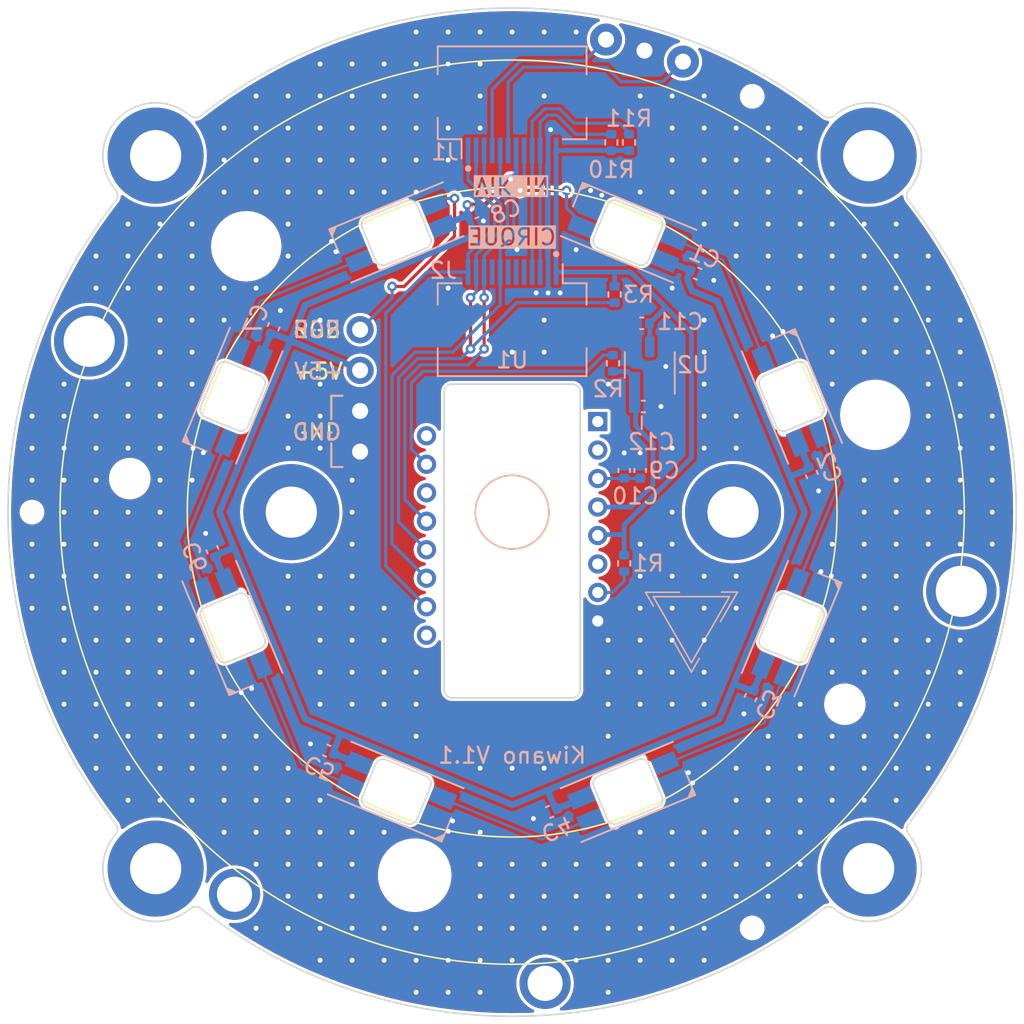
<source format=kicad_pcb>
(kicad_pcb (version 20221018) (generator pcbnew)
  (title_block (title "Kiwano VIK module") (date "2023-10-14") (rev "V1.1") (company "Created by Ariamelon (https://github.com/Ariamelon/Crenshaw/)") (comment 1 "Follows the VIK standard by Sadek Baroudi (https://github.com/sadekbaroudi/VIK)") (comment 2 "Licensed under CC BY 4.0."))
  (layers (0 "F.Cu" signal) (31 "B.Cu" signal) (34 "B.Paste" user) (35 "F.Paste" user) (36 "B.SilkS" user "B.Silkscreen") (37 "F.SilkS" user "F.Silkscreen") (38 "B.Mask" user) (39 "F.Mask" user) (44 "Edge.Cuts" user))
  (net 0 "")
  (net 1 "GND")
  (net 2 "+5V")
  (net 3 "Net-(U1-VDDPIX)")
  (net 4 "+3V3")
  (net 5 "+2V")
  (net 6 "Net-(D1-DOUT)")
  (net 7 "RGB")
  (net 8 "Net-(D2-DOUT)")
  (net 9 "Net-(D3-DOUT)")
  (net 10 "Net-(D4-DOUT)")
  (net 11 "Net-(D5-DOUT)")
  (net 12 "Net-(D6-DOUT)")
  (net 13 "Net-(D7-DOUT)")
  (net 14 "Net-(D8-DOUT)")
  (net 15 "SCK")
  (net 16 "MISO")
  (net 17 "CS")
  (net 19 "MOSI")
  (net 20 "SCL")
  (net 21 "SDA")
  (net 25 "Net-(U1-LED_P)")
  (net 31 "ROTB")
  (net 32 "ROTA")
  (net 33 "unconnected-(J2-DR-Pad9)")
  (net 34 "Net-(U1-NRESET)")
  (footprint "Ariamelon-HolePad:MountingHole_JLC-Tooling" (layer "F.Cu") (at 75 64.999999 -90)
    (fp_text reference "H2" hide)
    (fp_text value "Tooling Hole" hide)
  )
  (footprint "Ariamelon-HolePad:MountingHole_JLC-Tooling" (layer "F.Cu") (at 119.999998 39.019237 132)
    (fp_text reference "H1" hide)
    (fp_text value "Tooling Hole" hide)
  )
  (footprint "Ariamelon-HolePad:MountingHole_3.2mm_M3_Pad" (layer "F.Cu") (at 82.726138 87.273864 135)
    (fp_text reference "H6" hide)
    (fp_text value "M3" hide)
  )
  (footprint "Ariamelon-HolePad:MountingHole_3.2mm_M3_Pad" (layer "F.Cu") (at 82.726136 42.726136 45)
    (fp_text reference "H9" hide)
    (fp_text value "M3" hide)
  )
  (footprint "Ariamelon-HolePad:MountingHole_3.2mm_M3_Pad" (layer "F.Cu") (at 127.273864 87.273862 -135)
    (fp_text reference "H8" hide)
    (fp_text value "M3" hide)
  )
  (footprint "Ariamelon-RotaryEncoder:RotaryEncoder_Bourns_PER561-P115-N0015" (layer "F.Cu") (at 105 65 164)
    (fp_text reference "SW1" hide)
    (fp_text value "PER56" hide)
  )
  (footprint "Ariamelon-Header:PinHeader_RGB" (layer "F.Cu") (at 95.499999 53.6)
    (fp_text reference "J3" hide)
    (fp_text value "RGB_EX")
  )
  (footprint "Ariamelon-HolePad:MountingHole_3.2mm_M3_Pad" (layer "F.Cu") (at 127.273864 42.726134 75)
    (fp_text reference "H7" hide)
    (fp_text value "M3" hide)
  )
  (footprint "Ariamelon-HolePad:MountingHole_JLC-Tooling" (layer "F.Cu") (at 120.000002 90.980758 -150)
    (fp_text reference "H3" hide)
    (fp_text value "Tooling Hole" hide)
  )
  (footprint "Capacitor_SMD:C_0402_1005Metric" (layer "B.Cu") (at 113 62.399998 90)
    (fp_text reference "C9")
    (fp_text value "4u7")
  )
  (footprint "Resistor_SMD:R_0402_1005Metric" (layer "B.Cu") (at 112.3 41.9 90)
    (fp_text reference "R11")
    (fp_text value "4k7")
  )
  (footprint "Capacitor_SMD:C_0402_1005Metric" (layer "B.Cu") (at 90.098811 53.415767 -112.5)
    (fp_text reference "C7")
    (fp_text value "100n")
  )
  (footprint "Capacitor_SMD:C_0402_1005Metric" (layer "B.Cu") (at 93.415769 79.901192 -22.5)
    (fp_text reference "C5")
    (fp_text value "100n")
  )
  (footprint "Capacitor_SMD:C_0402_1005Metric" (layer "B.Cu") (at 116.584238 50.098813 157.5)
    (fp_text reference "C1")
    (fp_text value "100n")
  )
  (footprint "Ariamelon-Connector:VIK_Module_Horizontal" (layer "B.Cu") (at 105 40.4)
    (fp_text reference "J1")
    (fp_text value "VIK Module")
  )
  (footprint "Capacitor_SMD:C_0402_1005Metric" (layer "B.Cu") (at 102.654561 46.271977 -157.5)
    (fp_text reference "C8")
    (fp_text value "100n")
  )
  (footprint "Ariamelon-HolePad:MountingHole_3.2mm_M3_Pad" (layer "B.Cu") (at 118.800003 64.999999 180)
    (fp_text reference "H5" hide)
    (fp_text value "M3" hide)
  )
  (footprint "Ariamelon-Logo:VIK_Logo_Small" (layer "B.Cu") (at 116.2 71.799999 180)
    (fp_text reference "A2")
    (fp_text value "VIK logo")
  )
  (footprint "Ariamelon-Package:PixArt_PMW3360DM-T2QU" (layer "B.Cu") (at 105 65 180)
    (fp_text reference "U1")
    (fp_text value "PMW3360DM-T2QU_1")
  )
  (footprint "Ariamelon-HolePad:MountingHole_3.2mm_M3_Pad" (layer "B.Cu") (at 91.2 64.999952 180)
    (fp_text reference "H4" hide)
    (fp_text value "M3" hide)
  )
  (footprint "Capacitor_SMD:C_0402_1005Metric" (layer "B.Cu") (at 123.72803 62.654558 112.5)
    (fp_text reference "C2")
    (fp_text value "100n")
  )
  (footprint "Capacitor_SMD:C_0402_1005Metric" (layer "B.Cu") (at 107.345447 83.728023 22.5)
    (fp_text reference "C4")
    (fp_text value "100n")
  )
  (footprint "Capacitor_SMD:C_0402_1005Metric" (layer "B.Cu") (at 113.2 58.399999 180)
    (fp_text reference "C12")
    (fp_text value "4u7")
  )
  (footprint "Capacitor_SMD:C_0402_1005Metric" (layer "B.Cu") (at 113.100001 53.2)
    (fp_text reference "C11")
    (fp_text value "4u7")
  )
  (footprint "Resistor_SMD:R_0402_1005Metric" (layer "B.Cu") (at 112 68.199999 90)
    (fp_text reference "R1")
    (fp_text value "10k")
  )
  (footprint "Ariamelon-Device:LED_OPSCO_SK6812MINI-E" (layer "B.Cu") (at 87.53868 57.767284 67.5)
    (fp_text reference "D7" hide)
    (fp_text value "SK6812MINI-E")
    (fp_line (start -1.85 1.1) (end -1.85 -1.1) (stroke (width 0.1)) (layer "Edge.Cuts"))
    (fp_line (start -1.35 -1.6) (end 1.35 -1.6) (stroke (width 0.1)) (layer "Edge.Cuts"))
    (fp_line (start 1.35 1.6) (end -1.35 1.6) (stroke (width 0.1)) (layer "Edge.Cuts"))
    (fp_line (start 1.85 -1.1) (end 1.85 1.1) (stroke (width 0.1)) (layer "Edge.Cuts"))
    (fp_arc (start -1.85 -1.1) (mid -1.703553 -1.453553) (end -1.35 -1.6) (stroke (width 0.1)) (layer "Edge.Cuts"))
    (fp_arc (start -1.35 1.6) (mid -1.703553 1.453553) (end -1.85 1.1) (stroke (width 0.1)) (layer "Edge.Cuts"))
    (fp_arc (start 1.35 -1.6) (mid 1.703553 -1.453553) (end 1.85 -1.1) (stroke (width 0.1)) (layer "Edge.Cuts"))
    (fp_arc (start 1.85 1.1) (mid 1.703554 1.453553) (end 1.35 1.6) (stroke (width 0.1)) (layer "Edge.Cuts"))
  )
  (footprint "Ariamelon-Device:LED_OPSCO_SK6812MINI-E" (layer "B.Cu") (at 122.461327 72.232718 -112.5)
    (fp_text reference "D3" hide)
    (fp_text value "SK6812MINI-E")
    (fp_line (start -1.85 1.1) (end -1.85 -1.1) (stroke (width 0.1)) (layer "Edge.Cuts"))
    (fp_line (start -1.35 -1.6) (end 1.35 -1.6) (stroke (width 0.1)) (layer "Edge.Cuts"))
    (fp_line (start 1.35 1.6) (end -1.35 1.6) (stroke (width 0.1)) (layer "Edge.Cuts"))
    (fp_line (start 1.85 -1.1) (end 1.85 1.1) (stroke (width 0.1)) (layer "Edge.Cuts"))
    (fp_arc (start -1.85 -1.1) (mid -1.703553 -1.453553) (end -1.35 -1.6) (stroke (width 0.1)) (layer "Edge.Cuts"))
    (fp_arc (start -1.35 1.6) (mid -1.703553 1.453553) (end -1.85 1.1) (stroke (width 0.1)) (layer "Edge.Cuts"))
    (fp_arc (start 1.35 -1.6) (mid 1.703553 -1.453553) (end 1.85 -1.1) (stroke (width 0.1)) (layer "Edge.Cuts"))
    (fp_arc (start 1.85 1.1) (mid 1.703554 1.453553) (end 1.35 1.6) (stroke (width 0.1)) (layer "Edge.Cuts"))
  )
  (footprint "Ariamelon-Device:LED_OPSCO_SK6812MINI-E" (layer "B.Cu") (at 97.76729 82.461322 157.5)
    (fp_text reference "D5" hide)
    (fp_text value "SK6812MINI-E")
    (fp_line (start -1.85 1.1) (end -1.85 -1.1) (stroke (width 0.1)) (layer "Edge.Cuts"))
    (fp_line (start -1.35 -1.6) (end 1.35 -1.6) (stroke (width 0.1)) (layer "Edge.Cuts"))
    (fp_line (start 1.35 1.6) (end -1.35 1.6) (stroke (width 0.1)) (layer "Edge.Cuts"))
    (fp_line (start 1.85 -1.1) (end 1.85 1.1) (stroke (width 0.1)) (layer "Edge.Cuts"))
    (fp_arc (start -1.85 -1.1) (mid -1.703553 -1.453553) (end -1.35 -1.6) (stroke (width 0.1)) (layer "Edge.Cuts"))
    (fp_arc (start -1.35 1.6) (mid -1.703553 1.453553) (end -1.85 1.1) (stroke (width 0.1)) (layer "Edge.Cuts"))
    (fp_arc (start 1.35 -1.6) (mid 1.703553 -1.453553) (end 1.85 -1.1) (stroke (width 0.1)) (layer "Edge.Cuts"))
    (fp_arc (start 1.85 1.1) (mid 1.703554 1.453553) (end 1.35 1.6) (stroke (width 0.1)) (layer "Edge.Cuts"))
  )
  (footprint "Ariamelon-Device:LED_OPSCO_SK6812MINI-E" (layer "B.Cu") (at 87.538682 72.232719 112.5)
    (fp_text reference "D6" hide)
    (fp_text value "SK6812MINI-E")
    (fp_line (start -1.85 1.1) (end -1.85 -1.1) (stroke (width 0.1)) (layer "Edge.Cuts"))
    (fp_line (start -1.35 -1.6) (end 1.35 -1.6) (stroke (width 0.1)) (layer "Edge.Cuts"))
    (fp_line (start 1.35 1.6) (end -1.35 1.6) (stroke (width 0.1)) (layer "Edge.Cuts"))
    (fp_line (start 1.85 -1.1) (end 1.85 1.1) (stroke (width 0.1)) (layer "Edge.Cuts"))
    (fp_arc (start -1.85 -1.1) (mid -1.703553 -1.453553) (end -1.35 -1.6) (stroke (width 0.1)) (layer "Edge.Cuts"))
    (fp_arc (start -1.35 1.6) (mid -1.703553 1.453553) (end -1.85 1.1) (stroke (width 0.1)) (layer "Edge.Cuts"))
    (fp_arc (start 1.35 -1.6) (mid 1.703553 -1.453554) (end 1.85 -1.1) (stroke (width 0.1)) (layer "Edge.Cuts"))
    (fp_arc (start 1.85 1.1) (mid 1.703553 1.453553) (end 1.35 1.6) (stroke (width 0.1)) (layer "Edge.Cuts"))
  )
  (footprint "Ariamelon-Device:LED_OPSCO_SK6812MINI-E" (layer "B.Cu") (at 97.767285 47.53868 22.5)
    (fp_text reference "D8" hide)
    (fp_text value "SK6812MINI-E")
    (fp_line (start -1.85 1.1) (end -1.85 -1.1) (stroke (width 0.1)) (layer "Edge.Cuts"))
    (fp_line (start -1.35 -1.6) (end 1.35 -1.6) (stroke (width 0.1)) (layer "Edge.Cuts"))
    (fp_line (start 1.35 1.6) (end -1.35 1.6) (stroke (width 0.1)) (layer "Edge.Cuts"))
    (fp_line (start 1.85 -1.1) (end 1.85 1.1) (stroke (width 0.1)) (layer "Edge.Cuts"))
    (fp_arc (start -1.85 -1.1) (mid -1.703553 -1.453553) (end -1.35 -1.6) (stroke (width 0.1)) (layer "Edge.Cuts"))
    (fp_arc (start -1.35 1.6) (mid -1.703553 1.453553) (end -1.85 1.1) (stroke (width 0.1)) (layer "Edge.Cuts"))
    (fp_arc (start 1.35 -1.6) (mid 1.703553 -1.453554) (end 1.85 -1.1) (stroke (width 0.1)) (layer "Edge.Cuts"))
    (fp_arc (start 1.85 1.1) (mid 1.703553 1.453553) (end 1.35 1.6) (stroke (width 0.1)) (layer "Edge.Cuts"))
  )
  (footprint "Capacitor_SMD:C_0402_1005Metric" (layer "B.Cu") (at 86.271978 67.345443 -67.5)
    (fp_text reference "C6")
    (fp_text value "100n")
  )
  (footprint "Ariamelon-Device:LED_OPSCO_SK6812MINI-E" (layer "B.Cu") (at 112.232722 82.461321 -157.5)
    (fp_text reference "D4" hide)
    (fp_text value "SK6812MINI-E")
    (fp_line (start -1.85 1.1) (end -1.85 -1.1) (stroke (width 0.1)) (layer "Edge.Cuts"))
    (fp_line (start -1.35 -1.6) (end 1.35 -1.6) (stroke (width 0.1)) (layer "Edge.Cuts"))
    (fp_line (start 1.35 1.6) (end -1.35 1.6) (stroke (width 0.1)) (layer "Edge.Cuts"))
    (fp_line (start 1.85 -1.1) (end 1.85 1.1) (stroke (width 0.1)) (layer "Edge.Cuts"))
    (fp_arc (start -1.85 -1.1) (mid -1.703553 -1.453553) (end -1.35 -1.6) (stroke (width 0.1)) (layer "Edge.Cuts"))
    (fp_arc (start -1.35 1.6) (mid -1.703553 1.453553) (end -1.85 1.1) (stroke (width 0.1)) (layer "Edge.Cuts"))
    (fp_arc (start 1.35 -1.6) (mid 1.703553 -1.453554) (end 1.85 -1.1) (stroke (width 0.1)) (layer "Edge.Cuts"))
    (fp_arc (start 1.85 1.1) (mid 1.703553 1.453553) (end 1.35 1.6) (stroke (width 0.1)) (layer "Edge.Cuts"))
  )
  (footprint "Resistor_SMD:R_0402_1005Metric" (layer "B.Cu") (at 111.3 55.7 -90)
    (fp_text reference "R2")
    (fp_text value "39")
  )
  (footprint "Capacitor_SMD:C_0402_1005Metric" (layer "B.Cu") (at 112.000001 62.399998 -90)
    (fp_text reference "C10")
    (fp_text value "100n")
  )
  (footprint "Resistor_SMD:R_0402_1005Metric" (layer "B.Cu") (at 111.4 51.4 90)
    (fp_text reference "R3")
    (fp_text value "10k")
  )
  (footprint "Ariamelon-Logo:Ariamelon_Logo_Small_Mask" (layer "B.Cu") (at 105 78.2 180)
    (fp_text reference "A1" hide)
    (fp_text value "Ariamelon Logo" hide)
  )
  (footprint "Capacitor_SMD:C_0402_1005Metric" (layer "B.Cu") (at 119.901197 76.584228 67.5)
    (fp_text reference "C3")
    (fp_text value "100n")
  )
  (footprint "Ariamelon-Connector:VIK_Cirque_Horizontal" (layer "B.Cu") (at 104.99999 52 180)
    (fp_text reference "J2")
    (fp_text value "VIK Cirque Connector")
  )
  (footprint "Ariamelon-Package:SOT-23-3" (layer "B.Cu") (at 113.6 55.799998 90)
    (fp_text reference "U2")
    (fp_text value " XC6206P202MR" hide)
  )
  (footprint "Resistor_SMD:R_0402_1005Metric" (layer "B.Cu") (at 111.2 41.9 90)
    (fp_text reference "R10")
    (fp_text value "4k7")
  )
  (footprint "Ariamelon-Device:LED_OPSCO_SK6812MINI-E" (layer "B.Cu") (at 122.461329 57.767285 -67.5)
    (fp_text reference "D2" hide)
    (fp_text value "SK6812MINI-E")
    (fp_line (start -1.85 1.1) (end -1.85 -1.1) (stroke (width 0.1)) (layer "Edge.Cuts"))
    (fp_line (start -1.35 -1.6) (end 1.35 -1.6) (stroke (width 0.1)) (layer "Edge.Cuts"))
    (fp_line (start 1.35 1.6) (end -1.35 1.6) (stroke (width 0.1)) (layer "Edge.Cuts"))
    (fp_line (start 1.85 -1.1) (end 1.85 1.1) (stroke (width 0.1)) (layer "Edge.Cuts"))
    (fp_arc (start -1.85 -1.1) (mid -1.703553 -1.453553) (end -1.35 -1.6) (stroke (width 0.1)) (layer "Edge.Cuts"))
    (fp_arc (start -1.35 1.6) (mid -1.703553 1.453553) (end -1.85 1.1) (stroke (width 0.1)) (layer "Edge.Cuts"))
    (fp_arc (start 1.35 -1.6) (mid 1.703553 -1.453554) (end 1.85 -1.1) (stroke (width 0.1)) (layer "Edge.Cuts"))
    (fp_arc (start 1.85 1.1) (mid 1.703553 1.453553) (end 1.35 1.6) (stroke (width 0.1)) (layer "Edge.Cuts"))
  )
  (footprint "Ariamelon-Device:LED_OPSCO_SK6812MINI-E" (layer "B.Cu") (at 112.232723 47.538679 -22.5)
    (fp_text reference "D1" hide)
    (fp_text value "SK6812MINI-E")
    (fp_line (start -1.85 1.1) (end -1.85 -1.1) (stroke (width 0.1)) (layer "Edge.Cuts"))
    (fp_line (start -1.35 -1.6) (end 1.35 -1.6) (stroke (width 0.1)) (layer "Edge.Cuts"))
    (fp_line (start 1.35 1.6) (end -1.35 1.6) (stroke (width 0.1)) (layer "Edge.Cuts"))
    (fp_line (start 1.85 -1.1) (end 1.85 1.1) (stroke (width 0.1)) (layer "Edge.Cuts"))
    (fp_arc (start -1.85 -1.1) (mid -1.703553 -1.453553) (end -1.35 -1.6) (stroke (width 0.1)) (layer "Edge.Cuts"))
    (fp_arc (start -1.35 1.6) (mid -1.703553 1.453553) (end -1.85 1.1) (stroke (width 0.1)) (layer "Edge.Cuts"))
    (fp_arc (start 1.35 -1.6) (mid 1.703553 -1.453553) (end 1.85 -1.1) (stroke (width 0.1)) (layer "Edge.Cuts"))
    (fp_arc (start 1.85 1.1) (mid 1.703554 1.453553) (end 1.35 1.6) (stroke (width 0.1)) (layer "Edge.Cuts"))
  )
  (gr_line (start 94.400013 57.729991) (end 93.700007 57.729991) (stroke (width 0.12)) (layer "B.SilkS"))
  (gr_line (start 113.099999 59.799999) (end 113.100001 59) (stroke (width 0.12)) (layer "B.SilkS"))
  (gr_line (start 93.700009 60.700002) (end 93.700007 62.179992) (stroke (width 0.12)) (layer "B.SilkS"))
  (gr_line (start 94.400013 62.179989) (end 93.700007 62.179992) (stroke (width 0.12)) (layer "B.SilkS"))
  (gr_line (start 93.700004 57.729994) (end 93.699999 59.2) (stroke (width 0.12)) (layer "B.SilkS"))
  (gr_circle (center 105 65) (end 103.008145 63.849998) (stroke (width 0.12)) (fill none) (layer "B.SilkS"))
  (gr_line (start 94.400013 62.179989) (end 93.700007 62.179992) (stroke (width 0.12)) (layer "F.SilkS"))
  (gr_line (start 93.700007 62.179992) (end 93.700009 60.700002) (stroke (width 0.12)) (layer "F.SilkS"))
  (gr_line (start 94.400008 57.729993) (end 93.700007 57.72999) (stroke (width 0.12)) (layer "F.SilkS"))
  (gr_line (start 93.699999 59.2) (end 93.700004 57.729994) (stroke (width 0.12)) (layer "F.SilkS"))
  (gr_arc (start 100.75 57.500003) (mid 100.896416 57.14642) (end 101.249998 57) (stroke (width 0.1)) (layer "Edge.Cuts"))
  (gr_line (start 101.25 76.599999) (end 108.749999 76.6) (stroke (width 0.1)) (layer "Edge.Cuts"))
  (gr_arc (start 80.244819 84.478984) (mid 73.500003 64.999999) (end 80.244817 45.521012) (stroke (width 0.1)) (layer "Edge.Cuts"))
  (gr_line (start 108.75 57) (end 101.249998 57) (stroke (width 0.1)) (layer "Edge.Cuts"))
  (gr_arc (start 125.11524 40.230066) (mid 129.607353 40.392648) (end 129.769929 44.884758) (stroke (width 0.1)) (layer "Edge.Cuts"))
  (gr_arc (start 129.755183 45.521011) (mid 129.648217 45.200231) (end 129.769929 44.884758) (stroke (width 0.1)) (layer "Edge.Cuts"))
  (gr_arc (start 125.11524 40.230066) (mid 124.799768 40.351707) (end 124.478987 40.244814) (stroke (width 0.1)) (layer "Edge.Cuts"))
  (gr_arc (start 85.521014 40.244815) (mid 85.20023 40.351762) (end 84.884759 40.230065) (stroke (width 0.1)) (layer "Edge.Cuts"))
  (gr_arc (start 85.521014 40.244815) (mid 105 33.499999) (end 124.478987 40.244814) (stroke (width 0.1)) (layer "Edge.Cuts"))
  (gr_arc (start 108.75 57) (mid 109.103553 57.146447) (end 109.25 57.5) (stroke (width 0.1)) (layer "Edge.Cuts"))
  (gr_arc (start 80.230071 44.884758) (mid 80.392687 40.39269) (end 84.884759 40.230065) (stroke (width 0.1)) (layer "Edge.Cuts"))
  (gr_arc (start 129.769931 85.115237) (mid 129.607352 89.607348) (end 125.115242 89.769928) (stroke (width 0.1)) (layer "Edge.Cuts"))
  (gr_arc (start 84.884759 89.769929) (mid 80.392649 89.607348) (end 80.230071 85.115239) (stroke (width 0.1)) (layer "Edge.Cuts"))
  (gr_line (start 100.749999 57.5) (end 100.749999 76.099998) (stroke (width 0.1)) (layer "Edge.Cuts"))
  (gr_arc (start 80.230071 44.884758) (mid 80.351736 45.200231) (end 80.244817 45.521012) (stroke (width 0.1)) (layer "Edge.Cuts"))
  (gr_arc (start 129.769931 85.115237) (mid 129.648293 84.799765) (end 129.755183 84.478984) (stroke (width 0.1)) (layer "Edge.Cuts"))
  (gr_arc (start 84.884759 89.769929) (mid 85.200231 89.648264) (end 85.521014 89.755179) (stroke (width 0.1)) (layer "Edge.Cuts"))
  (gr_arc (start 101.25 76.599999) (mid 100.896447 76.453552) (end 100.749999 76.099998) (stroke (width 0.1)) (layer "Edge.Cuts"))
  (gr_arc (start 80.244819 84.478984) (mid 80.351765 84.799767) (end 80.230071 85.115239) (stroke (width 0.1)) (layer "Edge.Cuts"))
  (gr_line (start 109.25 57.5) (end 109.25 76.1) (stroke (width 0.1)) (layer "Edge.Cuts"))
  (gr_arc (start 124.478987 89.755178) (mid 124.79977 89.648211) (end 125.115242 89.769928) (stroke (width 0.1)) (layer "Edge.Cuts"))
  (gr_arc (start 129.755183 45.521011) (mid 136.500002 64.999998) (end 129.755183 84.478984) (stroke (width 0.1)) (layer "Edge.Cuts"))
  (gr_arc (start 109.25 76.1) (mid 109.103523 76.453524) (end 108.749999 76.6) (stroke (width 0.1)) (layer "Edge.Cuts"))
  (gr_arc (start 124.478987 89.755178) (mid 105.000001 96.499996) (end 85.521014 89.755179) (stroke (width 0.1)) (layer "Edge.Cuts"))
  (gr_text "RGB" (at 92.799999 53.6) (layer "B.SilkS") (effects (font (size 1 1)) (justify mirror)))
  (gr_text "+5V" (at 92.899999 56.2) (layer "B.SilkS") (effects (font (size 1 1)) (justify mirror)))
  (gr_text "GND" (at 92.799997 60) (layer "B.SilkS") (effects (font (size 1 1)) (justify mirror)))
  (gr_text "Kiwano V1.1" (at 105.000001 80.200001) (layer "B.SilkS") (effects (font (size 1 1)) (justify mirror)))
  (gr_text "GND" (at 92.799997 60) (layer "F.SilkS") (effects (font (size 1 1))))
  (gr_text "+5V" (at 92.899999 56.2) (layer "F.SilkS") (effects (font (size 1 1))))
  (gr_text "RGB" (at 92.799999 53.6) (layer "F.SilkS") (effects (font (size 1 1))))
  (via (at 85 62.999999) (size 0.6) (drill 0.3) (layers "F.Cu" "B.Cu") (net 1))
  (via (at 91 60.999999) (size 0.6) (drill 0.3) (layers "F.Cu" "B.Cu") (net 1))
  (via (at 79 60.999999) (size 0.6) (drill 0.3) (layers "F.Cu" "B.Cu") (net 1))
  (via (at 77 74.999999) (size 0.6) (drill 0.3) (layers "F.Cu" "B.Cu") (net 1))
  (via (at 91 68.999999) (size 0.6) (drill 0.3) (layers "F.Cu" "B.Cu") (net 1))
  (via (at 87 40.999999) (size 0.6) (drill 0.3) (layers "F.Cu" "B.Cu") (net 1))
  (via (at 93 40.999999) (size 0.6) (drill 0.3) (layers "F.Cu" "B.Cu") (net 1))
  (via (at 127 68.999999) (size 0.6) (drill 0.3) (layers "F.Cu" "B.Cu") (net 1))
  (via (at 115 50.999999) (size 0.6) (drill 0.3) (layers "F.Cu" "B.Cu") (net 1))
  (via (at 95 37) (size 0.6) (drill 0.3) (layers "F.Cu" "B.Cu") (net 1))
  (via (at 133 56.999999) (size 0.6) (drill 0.3) (layers "F.Cu" "B.Cu") (net 1))
  (via (at 81 60.999999) (size 0.6) (drill 0.3) (layers "F.Cu" "B.Cu") (net 1))
  (via (at 89 78.999999) (size 0.6) (drill 0.3) (layers "F.Cu" "B.Cu") (net 1))
  (via (at 119 46.999999) (size 0.6) (drill 0.3) (layers "F.Cu" "B.Cu") (net 1))
  (via (at 79 66.999999) (size 0.6) (drill 0.3) (layers "F.Cu" "B.Cu") (net 1))
  (via (at 115 38.999999) (size 0.6) (drill 0.3) (layers "F.Cu" "B.Cu") (net 1))
  (via (at 97 84.999999) (size 0.6) (drill 0.3) (layers "F.Cu" "B.Cu") (net 1))
  (via (at 133 58.999999) (size 0.6) (drill 0.3) (layers "F.Cu" "B.Cu") (net 1))
  (via (at 83 54.999999) (size 0.6) (drill 0.3) (layers "F.Cu" "B.Cu") (net 1))
  (via (at 115 66.999999) (size 0.6) (drill 0.3) (layers "F.Cu" "B.Cu") (net 1))
  (via (at 77 70.999999) (size 0.6) (drill 0.3) (layers "F.Cu" "B.Cu") (net 1))
  (via (at 113 86.999999) (size 0.6) (drill 0.3) (layers "F.Cu" "B.Cu") (net 1))
  (via (at 75 60.999999) (size 0.6) (drill 0.3) (layers "F.Cu" "B.Cu") (net 1))
  (via (at 121 80.999999) (size 0.6) (drill 0.3) (layers "F.Cu" "B.Cu") (net 1))
  (via (at 109 34.999999) (size 0.6) (drill 0.3) (layers "F.Cu" "B.Cu") (net 1))
  (via (at 101 90.999999) (size 0.6) (drill 0.3) (layers "F.Cu" "B.Cu") (net 1))
  (via (at 99 41) (size 0.6) (drill 0.3) (layers "F.Cu" "B.Cu") (net 1))
  (via (at 121 48.999999) (size 0.6) (drill 0.3) (layers "F.Cu" "B.Cu") (net 1))
  (via (at 123 42.999999) (size 0.6) (drill 0.3) (layers "F.Cu" "B.Cu") (net 1))
  (via (at 85 78.999999) (size 0.6) (drill 0.3) (layers "F.Cu" "B.Cu") (net 1))
  (via (at 77 56.999999) (size 0.6) (drill 0.3) (layers "F.Cu" "B.Cu") (net 1))
  (via (at 91 84.999999) (size 0.6) (drill 0.3) (layers "F.Cu" "B.Cu") (net 1))
  (via (at 117 86.999999) (size 0.6) (drill 0.3) (layers "F.Cu" "B.Cu") (net 1))
  (via (at 129 70.999999) (size 0.6) (drill 0.3) (layers "F.Cu" "B.Cu") (net 1))
  (via (at 103 90.999999) (size 0.6) (drill 0.3) (layers "F.Cu" "B.Cu") (net 1))
  (via (at 89 86.999999) (size 0.6) (drill 0.3) (layers "F.Cu" "B.Cu") (net 1))
  (via (at 133 66.999999) (size 0.6) (drill 0.3) (layers "F.Cu" "B.Cu") (net 1))
  (via (at 107 34.999999) (size 0.6) (drill 0.3) (layers "F.Cu" "B.Cu") (net 1))
  (via (at 81 72.999999) (size 0.6) (drill 0.3) (layers "F.Cu" "B.Cu") (net 1))
  (via (at 117 76.999999) (size 0.6) (drill 0.3) (layers "F.Cu" "B.Cu") (net 1))
  (via (at 85 72.999999) (size 0.6) (drill 0.3) (layers "F.Cu" "B.Cu") (net 1))
  (via (at 123 82.999999) (size 0.6) (drill 0.3) (layers "F.Cu" "B.Cu") (net 1))
  (via (at 88.080213 76.28386) (size 0.6) (drill 0.3) (layers "F.Cu" "B.Cu") (net 1))
  (via (at 109 92.999999) (size 0.6) (drill 0.3) (layers "F.Cu" "B.Cu") (net 1))
  (via (at 113 76.999999) (size 0.6) (drill 0.3) (layers "F.Cu" "B.Cu") (net 1))
  (via (at 81 76.999999) (size 0.6) (drill 0.3) (layers "F.Cu" "B.Cu") (net 1))
  (via (at 105 34.999999) (size 0.6) (drill 0.3) (layers "F.Cu" "B.Cu") (net 1))
  (via (at 81 66.999999) (size 0.6) (drill 0.3) (layers "F.Cu" "B.Cu") (net 1))
  (via (at 108 51.3) (size 0.6) (drill 0.3) (layers "F.Cu" "B.Cu") (net 1))
  (via (at 111 90.999999) (size 0.6) (drill 0.3) (layers "F.Cu" "B.Cu") (net 1))
  (via (at 97 41) (size 0.6) (drill 0.3) (layers "F.Cu" "B.Cu") (net 1))
  (via (at 111 56.999999) (size 0.6) (drill 0.3) (layers "F.Cu" "B.Cu") (net 1))
  (via (at 133 62.999999) (size 0.6) (drill 0.3) (layers "F.Cu" "B.Cu") (net 1))
  (via (at 115 76.999999) (size 0.6) (drill 0.3) (layers "F.Cu" "B.Cu") (net 1))
  (via (at 123 46.999999) (size 0.6) (drill 0.3) (layers "F.Cu" "B.Cu") (net 1))
  (via (at 85 80.999999) (size 0.6) (drill 0.3) (layers "F.Cu" "B.Cu") (net 1))
  (via (at 127 46.999999) (size 0.6) (drill 0.3) (layers "F.Cu" "B.Cu") (net 1))
  (via (at 131 48.999999) (size 0.6) (drill 0.3) (layers "F.Cu" "B.Cu") (net 1))
  (via (at 101 94.999999) (size 0.6) (drill 0.3) (layers "F.Cu" "B.Cu") (net 1))
  (via (at 97 76.999999) (size 0.6) (drill 0.3) (layers "F.Cu" "B.Cu") (net 1))
  (via (at 79 70.999999) (size 0.6) (drill 0.3) (layers "F.Cu" "B.Cu") (net 1))
  (via (at 131 78.999999) (size 0.6) (drill 0.3) (layers "F.Cu" "B.Cu") (net 1))
  (via (at 99 92.999999) (size 0.6) (drill 0.3) (layers "F.Cu" "B.Cu") (net 1))
  (via (at 107 54.999999) (size 0.6) (drill 0.3) (layers "F.Cu" "B.Cu") (net 1))
  (via (at 83 66.999999) (size 0.6) (drill 0.3) (layers "F.Cu" "B.Cu") (net 1))
  (via (at 109 86.999999) (size 0.6) (drill 0.3) (layers "F.Cu" "B.Cu") (net 1))
  (via (at 91 40.999999) (size 0.6) (drill 0.3) (layers "F.Cu" "B.Cu") (net 1))
  (via (at 117 88.999999) (size 0.6) (drill 0.3) (layers "F.Cu" "B.Cu") (net 1))
  (via (at 105 90.999999) (size 0.6) (drill 0.3) (layers "F.Cu" "B.Cu") (net 1))
  (via (at 93 90.999999) (size 0.6) (drill 0.3) (layers "F.Cu" "B.Cu") (net 1))
  (via (at 91 48.999999) (size 0.6) (drill 0.3) (layers "F.Cu" "B.Cu") (net 1))
  (via (at 117.600501 50.519764) (size 0.6) (drill 0.3) (layers "F.Cu" "B.Cu") (net 1))
  (via (at 123 80.999999) (size 0.6) (drill 0.3) (layers "F.Cu" "B.Cu") (net 1))
  (via (at 129 66.999999) (size 0.6) (drill 0.3) (layers "F.Cu" "B.Cu") (net 1))
  (via (at 75 70.999999) (size 0.6) (drill 0.3) (layers "F.Cu" "B.Cu") (net 1))
  (via (at 129 74.999999) (size 0.6) (drill 0.3) (layers "F.Cu" "B.Cu") (net 1))
  (via (at 111 74.999999) (size 0.6) (drill 0.3) (layers "F.Cu" "B.Cu") (net 1))
  (via (at 95 88.999999) (size 0.6) (drill 0.3) (layers "F.Cu" "B.Cu") (net 1))
  (via (at 87 50.999999) (size 0.6) (drill 0.3) (layers "F.Cu" "B.Cu") (net 1))
  (via (at 95 84.999999) (size 0.6) (drill 0.3) (layers "F.Cu" "B.Cu") (net 1))
  (via (at 129 64.999999) (size 0.6) (drill 0.3) (layers "F.Cu" "B.Cu") (net 1))
  (via (at 89 42.999999) (size 0.6) (drill 0.3) (layers "F.Cu" "B.Cu") (net 1))
  (via (at 97 92.999999) (size 0.6) (drill 0.3) (layers "F.Cu" "B.Cu") (net 1))
  (via (at 101 42.999999) (size 0.6) (drill 0.3) (layers "F.Cu" "B.Cu") (net 1))
  (via (at 105 86.999999) (size 0.6) (drill 0.3) (layers "F.Cu" "B.Cu") (net 1))
  (via (at 93 74.999999) (size 0.6) (drill 0.3) (layers "F.Cu" "B.Cu") (net 1))
  (via (at 113 70.999999) (size 0.6) (drill 0.3) (layers "F.Cu" "B.Cu") (net 1))
  (via (at 107.25 51.3) (size 0.6) (drill 0.3) (layers "F.Cu" "B.Cu") (net 1))
  (via (at 81 46.999999) (size 0.6) (drill 0.3) (layers "F.Cu" "B.Cu") (net 1))
  (via (at 119 82.999999) (size 0.6) (drill 0.3) (layers "F.Cu" "B.Cu") (net 1))
  (via (at 113 92.999999) (size 0.6) (drill 0.3) (layers "F.Cu" "B.Cu") (net 1))
  (via (at 111 94.999999) (size 0.6) (drill 0.3) (layers "F.Cu" "B.Cu") (net 1))
  (via (at 117 52.999999) (size 0.6) (drill 0.3) (layers "F.Cu" "B.Cu") (net 1))
  (via (at 79 76.999999) (size 0.6) (drill 0.3) (layers "F.Cu" "B.Cu") (net 1))
  (via (at 111 88.999999) (size 0.6) (drill 0.3) (layers "F.Cu" "B.Cu") (net 1))
  (via (at 83 64.999999) (size 0.6) (drill 0.3) (layers "F.Cu" "B.Cu") (net 1))
  (via (at 113 61.299999) (size 0.6) (drill 0.3) (layers "F.Cu" "B.Cu") (net 1))
  (via (at 129 72.999999) (size 0.6) (drill 0.3) (layers "F.Cu" "B.Cu") (net 1))
  (via (at 93 38.999999) (size 0.6) (drill 0.3) (layers "F.Cu" "B.Cu") (net 1))
  (via (at 121 84.999999) (size 0.6) (drill 0.3) (layers "F.Cu" "B.Cu") (net 1))
  (via (at 105 92.999999) (size 0.6) (drill 0.3) (layers "F.Cu" "B.Cu") (net 1))
  (via (at 131 76.999999) (size 0.6) (drill 0.3) (layers "F.Cu" "B.Cu") (net 1))
  (via (at 97 37) (size 0.6) (drill 0.3) (layers "F.Cu" "B.Cu") (net 1))
  (via (at 81 70.999999) (size 0.6) (drill 0.3) (layers "F.Cu" "B.Cu") (net 1))
  (via (at 83 60.999999) (size 0.6) (drill 0.3) (layers "F.Cu" "B.Cu") (net 1))
  (via (at 123 40.999999) (size 0.6) (drill 0.3) (layers "F.Cu" "B.Cu") (net 1))
  (via (at 101 50.999999) (size 0.6) (drill 0.3) (layers "F.Cu" "B.Cu") (net 1))
  (via (at 83 48.999999) (size 0.6) (drill 0.3) (layers "F.Cu" "B.Cu") (net 1))
  (via (at 113 88.999999) (size 0.6) (drill 0.3) (layers "F.Cu" "B.Cu") (net 1))
  (via (at 103 80.999999) (size 0.6) (drill 0.3) (layers "F.Cu" "B.Cu") (net 1))
  (via (at 99 90.999999) (size 0.6) (drill 0.3) (layers "F.Cu" "B.Cu") (net 1))
  (via (at 93 88.999999) (size 0.6) (drill 0.3) (layers "F.Cu" "B.Cu") (net 1))
  (via (at 129 46.999999) (size 0.6) (drill 0.3) (layers "F.Cu" "B.Cu") (net 1))
  (via (at 97 72.999999) (size 0.6) (drill 0.3) (layers "F.Cu" "B.Cu") (net 1))
  (via (at 83 76.999999) (size 0.6) (drill 0.3) (layers "F.Cu" "B.Cu") (net 1))
  (via (at 106.5 51.3) (size 0.6) (drill 0.3) (layers "F.Cu" "B.Cu") (net 1))
  (via (at 85 52.999999) (size 0.6) (drill 0.3) (layers "F.Cu" "B.Cu") (net 1))
  (via (at 123 84.999999) (size 0.6) (drill 0.3) (layers "F.Cu" "B.Cu") (net 1))
  (via (at 119 80.999999) (size 0.6) (drill 0.3) (layers "F.Cu" "B.Cu") (net 1))
  (via (at 95 92.999999) (size 0.6) (drill 0.3) (layers "F.Cu" "B.Cu") (net 1))
  (via (at 131 80.999999) (size 0.6) (drill 0.3) (layers "F.Cu" "B.Cu") (net 1))
  (via (at 91 86.999999) (size 0.6) (drill 0.3) (layers "F.Cu" "B.Cu") (net 1))
  (via (at 119 84.999999) (size 0.6) (drill 0.3) (layers "F.Cu" "B.Cu") (net 1))
  (via (at 121 50.999999) (size 0.6) (drill 0.3) (layers "F.Cu" "B.Cu") (net 1))
  (via (at 91 44.999999) (size 0.6) (drill 0.3) (layers "F.Cu" "B.Cu") (net 1))
  (via (at 75 66.999999) (size 0.6) (drill 0.3) (layers "F.Cu" "B.Cu") (net 1))
  (via (at 99 39) (size 0.6) (drill 0.3) (layers "F.Cu" "B.Cu") (net 1))
  (via (at 112.000002 61.299999) (size 0.6) (drill 0.3) (layers "F.Cu" "B.Cu") (net 1))
  (via (at 95 68.999999) (size 0.6) (drill 0.3) (layers "F.Cu" "B.Cu") (net 1))
  (via (at 111 76.999999) (size 0.6) (drill 0.3) (layers "F.Cu" "B.Cu") (net 1))
  (via (at 115 92.999999) (size 0.6) (drill 0.3) (layers "F.Cu" "B.Cu") (net 1))
  (via (at 83 80.999999) (size 0.6) (drill 0.3) (layers "F.Cu" "B.Cu") (net 1))
  (via (at 79 72.999999) (size 0.6) (drill 0.3) (layers "F.Cu" "B.Cu") (net 1))
  (via (at 97 90.999999) (size 0.6) (drill 0.3) (layers "F.Cu" "B.Cu") (net 1))
  (via (at 121.919795 53.71614) (size 0.6) (drill 0.3) (layers "F.Cu" "B.Cu") (net 1))
  (via (at 119 42.999999) (size 0.6) (drill 0.3) (layers "F.Cu" "B.Cu") (net 1))
  (via (at 103 94.999999) (size 0.6) (drill 0.3) (layers "F.Cu" "B.Cu") (net 1))
  (via (at 97 70.999999) (size 0.6) (drill 0.3) (layers "F.Cu" "B.Cu") (net 1))
  (via (at 81 82.999999) (size 0.6) (drill 0.3) (layers "F.Cu" "B.Cu") (net 1))
  (via (at 125 50.999999) (size 0.6) (drill 0.3) (layers "F.Cu" "B.Cu") (net 1))
  (via (at 95 39) (size 0.6) (drill 0.3) (layers "F.Cu" "B.Cu") (net 1))
  (via (at 99 42.999999) (size 0.6) (drill 0.3) (layers "F.Cu" "B.Cu") (net 1))
  (via (at 107 38.999999) (size 0.6) (drill 0.3) (layers "F.Cu" "B.Cu") (net 1))
  (via (at 113 72.999999) (size 0.6) (drill 0.3) (layers "F.Cu" "B.Cu") (net 1))
  (via (at 83 68.999999) (size 0.6) (drill 0.3) (layers "F.Cu" "B.Cu") (net 1))
  (via (at 89 44.999999) (size 0.6) (drill 0.3) (layers "F.Cu" "B.Cu") (net 1))
  (via (at 79 50.999999) (size 0.6) (drill 0.3) (layers "F.Cu" "B.Cu") (net 1))
  (via (at 81 64.999999) (size 0.6) (drill 0.3) (layers "F.Cu" "B.Cu") (net 1))
  (via (at 85 48.999999) (size 0.6) (drill 0.3) (layers "F.Cu" "B.Cu") (net 1))
  (via (at 90.519768 52.399505) (size 0.6) (drill 0.3) (layers "F.Cu" "B.Cu") (net 1))
  (via (at 83 62.999999) (size 0.6) (drill 0.3) (layers "F.Cu" "B.Cu") (net 1))
  (via (at 93 86.999999) (size 0.6) (drill 0.3) (layers "F.Cu" "B.Cu") (net 1))
  (via (at 77 72.999999) (size 0.6) (drill 0.3) (layers "F.Cu" "B.Cu") (net 1))
  (via (at 85 50.999999) (size 0.6) (drill 0.3) (layers "F.Cu" "B.Cu") (net 1))
  (via (at 135 60.999999) (size 0.6) (drill 0.3) (layers "F.Cu" "B.Cu") (net 1))
  (via (at 107 80.999999) (size 0.6) (drill 0.3) (layers "F.Cu" "B.Cu") (net 1))
  (via (at 117 54.999999) (size 0.6) (drill 0.3) (layers "F.Cu" "B.Cu") (net 1))
  (via (at 121 44.999999) (size 0.6) (drill 0.3) (layers "F.Cu" "B.Cu") (net 1))
  (via (at 129 68.999999) (size 0.6) (drill 0.3) (layers "F.Cu" "B.Cu") (net 1))
  (via (at 129 78.999999) (size 0.6) (drill 0.3) (layers "F.Cu" "B.Cu") (net 1))
  (via (at 103 88.999999) (size 0.6) (drill 0.3) (layers "F.Cu" "B.Cu") (net 1))
  (via (at 127 74.999999) (size 0.6) (drill 0.3) (layers "F.Cu" "B.Cu") (net 1))
  (via (at 87 44.999999) (size 0.6) (drill 0.3) (layers "F.Cu" "B.Cu") (net 1))
  (via (at 103 39) (size 0.6) (drill 0.3) (layers "F.Cu" "B.Cu") (net 1))
  (via (at 79 58.999999) (size 0.6) (drill 0.3) (layers "F.Cu" "B.Cu") (net 1))
  (via (at 127 50.999999) (size 0.6) (drill 0.3) (layers "F.Cu" "B.Cu") (net 1))
  (via (at 101.014799 84.942993) (size 0.6) (drill 0.3) (layers "F.Cu" "B.Cu") (net 1))
  (via (at 113 90.999999) (size 0.6) (drill 0.3) (layers "F.Cu" "B.Cu") (net 1))
  (via (at 127 82.999999) (size 0.6) (drill 0.3) (layers "F.Cu" "B.Cu") (net 1))
  (via (at 89 82.999999) (size 0.6) (drill 0.3) (layers "F.Cu" "B.Cu") (net 1))
  (via (at 127 64.999999) (size 0.6) (drill 0.3) (layers "F.Cu" "B.Cu") (net 1))
  (via (at 117 90.999999) (size 0.6) (drill 0.3) (layers "F.Cu" "B.Cu") (net 1))
  (via (at 117 40.999999) (size 0.6) (drill 0.3) (layers "F.Cu" "B.Cu") (net 1))
  (via (at 85 76.999999) (size 0.6) (drill 0.3) (layers "F.Cu" "B.Cu") (net 1))
  (via (at 77 66.999999) (size 0.6) (drill 0.3) (layers "F.Cu" "B.Cu") (net 1))
  (via (at 79 80.999999) (size 0.6) (drill 0.3) (layers "F.Cu" "B.Cu") (net 1))
  (via (at 93 82.999999) (size 0.6) (drill 0.3) (layers "F.Cu" "B.Cu") (net 1))
  (via (at 97 43) (size 0.6) (drill 0.3) (layers "F.Cu" "B.Cu") (net 1))
  (via (at 79 68.999999) (size 0.6) (drill 0.3) (layers "F.Cu" "B.Cu") (net 1))
  (via (at 123 50.999999) (size 0.6) (drill 0.3) (layers "F.Cu" "B.Cu") (net 1))
  (via (at 131 60.999999) (size 0.6) (drill 0.3) (layers "F.Cu" "B.Cu") (net 1))
  (via (at 125 78.999999) (size 0.6) (drill 0.3) (layers "F.Cu" "B.Cu") (net 1))
  (via (at 117 70.999999) (size 0.6) (drill 0.3) (layers "F.Cu" "B.Cu") (net 1))
  (via (at 133 54.999999) (size 0.6) (drill 0.3) (layers "F.Cu" "B.Cu") (net 1))
  (via (at 131 64.999999) (size 0.6) (drill 0.3) (layers "F.Cu" "B.Cu") (net 1))
  (via (at 105 54.999999) (size 0.6) (drill 0.3) (layers "F.Cu" "B.Cu") (net 1))
  (via (at 124.148972 63.670825) (size 0.6) (drill 0.3) (layers "F.Cu" "B.Cu") (net 1))
  (via (at 81 48.999999) (size 0.6) (drill 0.3) (layers "F.Cu" "B.Cu") (net 1))
  (via (at 99 34.999999) (size 0.6) (drill 0.3) (layers "F.Cu" "B.Cu") (net 1))
  (via (at 123 44.999999) (size 0.6) (drill 0.3) (layers "F.Cu" "B.Cu") (net 1))
  (via (at 89 84.999999) (size 0.6) (drill 0.3) (layers "F.Cu" "B.Cu") (net 1))
  (via (at 115 86.999999) (size 0.6) (drill 0.3) (layers "F.Cu" "B.Cu") (net 1))
  (via (at 115 68.999999) (size 0.6) (drill 0.3) (layers "F.Cu" "B.Cu") (net 1))
  (via (at 99 78.999999) (size 0.6) (drill 0.3) (layers "F.Cu" "B.Cu") (net 1))
  (via (at 115 70.999999) (size 0.6) (drill 0.3) (layers "F.Cu" "B.Cu") (net 1))
  (via (at 127 78.999999) (size 0.6) (drill 0.3) (layers "F.Cu" "B.Cu") (net 1))
  (via (at 93 42.999999) (size 0.6) (drill 0.3) (layers "F.Cu" "B.Cu") (net 1))
  (via (at 117 58.999999) (size 0.6) (drill 0.3) (layers "F.Cu" "B.Cu") (net 1))
  (via (at 129 48.999999) (size 0.6) (drill 0.3) (layers "F.Cu" "B.Cu") (net 1))
  (via (at 117 44.999999) (size 0.6) (drill 0.3) (layers "F.Cu" "B.Cu") (net 1))
  (via (at 85 54.999999) (size 0.6) (drill 0.3) (layers "F.Cu" "B.Cu") (net 1))
  (via (at 129 54.999999) (size 0.6) (drill 0.3) (layers "F.Cu" "B.Cu") (net 1))
  (via (at 77 62.999999) (size 0.6) (drill 0.3) (layers "F.Cu" "B.Cu") (net 1))
  (via (at 95 76.999999) (size 0.6) (drill 0.3) (layers "F.Cu" "B.Cu") (net 1))
  (via (at 87 42.999999) (size 0.6) (drill 0.3) (layers "F.Cu" "B.Cu") (net 1))
  (via (at 107 90.999999) (size 0.6) (drill 0.3) (layers "F.Cu" "B.Cu") (net 1))
  (via (at 93.716144 48.080213) (size 0.6) (drill 0.3) (layers "F.Cu" "B.Cu") (net 1))
  (via (at 81 58.999999) (size 0.6) (drill 0.3) (layers "F.Cu" "B.Cu") (net 1))
  (via (at 127 80.999999) (size 0.6) (drill 0.3) (layers "F.Cu" "B.Cu") (net 1))
  (via (at 117 74.999999) (size 0.6) (drill 0.3) (layers "F.Cu" "B.Cu") (net 1))
  (via (at 91 90.999999) (size 0.6) (drill 0.3) (layers "F.Cu" "B.Cu") (net 1))
  (via (at 85.057009 61.014794) (size 0.6) (drill 0.3) (layers "F.Cu" "B.Cu") (net 1))
  (via (at 115 40.999999) (size 0.6) (drill 0.3) (layers "F.Cu" "B.Cu") (net 1))
  (via (at 91 82.999999) (size 0.6) (drill 0.3) (layers "F.Cu" "B.Cu") (net 1))
  (via (at 97 74.999999) (size 0.6) (drill 0.3) (layers "F.Cu" "B.Cu") (net 1))
  (via (at 127 72.999999) (size 0.6) (drill 0.3) (layers "F.Cu" "B.Cu") (net 1))
  (via (at 114.3 58.4) (size 0.6) (drill 0.3) (layers "F.Cu" "B.Cu") (net 1))
  (via (at 127 52.999999) (size 0.6) (drill 0.3) (layers "F.Cu" "B.Cu") (net 1))
  (via (at 115 60.999999) (size 0.6) (drill 0.3) (layers "F.Cu" "B.Cu") (net 1))
  (via (at 83 82.999999) (size 0.6) (drill 0.3) (layers "F.Cu" "B.Cu") (net 1))
  (via (at 124.296288 68.717335) (size 0.6) (drill 0.3) (layers "F.Cu" "B.Cu") (net 1))
  (via (at 83 58.999999) (size 0.6) (drill 0.3) (layers "F.Cu" "B.Cu") (net 1))
  (via (at 101 37) (size 0.6) (drill 0.3) (layers "F.Cu" "B.Cu") (net 1))
  (via (at 95 44.999999) (size 0.6) (drill 0.3) (layers "F.Cu" "B.Cu") (net 1))
  (via (at 119 68.999999) (size 0.6) (drill 0.3) (layers "F.Cu" "B.Cu") (net 1))
  (via (at 99 74.999999) (size 0.6) (drill 0.3) (layers "F.Cu" "B.Cu") (net 1))
  (via (at 131 50.999999) (size 0.6) (drill 0.3) (layers "F.Cu" "B.Cu") (net 1))
  (via (at 113 44.999999) (size 0.6) (drill 0.3) (layers "F.Cu" "B.Cu") (net 1))
  (via (at 123 88.999999) (size 0.6) (drill 0.3) (layers "F.Cu" "B.Cu") (net 1))
  (via (at 131 56.999999) (size 0.6) (drill 0.3) (layers "F.Cu" "B.Cu") (net 1))
  (via (at 93 60.999999) (size 0.6) (drill 0.3) (layers "F.Cu" "B.Cu") (net 1))
  (via (at 111 78.999999) (size 0.6) (drill 0.3) (layers "F.Cu" "B.Cu") (net 1))
  (via (at 93 70.999999) (size 0.6) (drill 0.3) (layers "F.Cu" "B.Cu") (net 1))
  (via (at 119 70.999999) (size 0.6) (drill 0.3) (layers "F.Cu" "B.Cu") (net 1))
  (via (at 129 80.999999) (size 0.6) (drill 0.3) (layers "F.Cu" "B.Cu") (net 1))
  (via (at 117 92.999999) (size 0.6) (drill 0.3) (layers "F.Cu" "B.Cu") (net 1))
  (via (at 117 46.999999) (size 0.6) (drill 0.3) (layers "F.Cu" "B.Cu") (net 1))
  (via (at 135 64.999999) (size 0.6) (drill 0.3) (layers "F.Cu" "B.Cu") (net 1))
  (via (at 125 52.999999) (size 0.6) (drill 0.3) (layers "F.Cu" "B.Cu") (net 1))
  (via (at 131 54.999999) (size 0.6) (drill 0.3) (layers "F.Cu" "B.Cu") (net 1))
  (via (at 129 62.999999) (size 0.6) (drill 0.3) (layers "F.Cu" "B.Cu") (net 1))
  (via (at 81 68.999999) (size 0.6) (drill 0.3) (layers "F.Cu" "B.Cu") (net 1))
  (via (at 121 78.999999) (size 0.6) (drill 0.3) (layers "F.Cu" "B.Cu") (net 1))
  (via (at 103.200001 46.799999) (size 0.6) (drill 0.3) (layers "F.Cu" "B.Cu") (net 1))
  (via (at 95 70.999999) (size 0.6) (drill 0.3) (layers "F.Cu" "B.Cu") (net 1))
  (via (at 77 76.999999) (size 0.6) (drill 0.3) (layers "F.Cu" "B.Cu") (net 1))
  (via (at 113 66.999999) (size 0.6) (drill 0.3) (layers "F.Cu" "B.Cu") (net 1))
  (via (at 88.72692 76.015982) (size 0.6) (drill 0.3) (layers "F.Cu" "B.Cu") (net 1))
  (via (at 109 90.999999) (size 0.6) (drill 0.3) (layers "F.Cu" "B.Cu") (net 1))
  (via (at 83 74.999999) (size 0.6) (drill 0.3) (layers "F.Cu" "B.Cu") (net 1))
  (via (at 123 86.999999) (size 0.6) (drill 0.3) (layers "F.Cu" "B.Cu") (net 1))
  (via (at 125 56.999999) (size 0.6) (drill 0.3) (layers "F.Cu" "B.Cu") (net 1))
  (via (at 133 74.999999) (size 0.6) (drill 0.3) (layers "F.Cu" "B.Cu") (net 1))
  (via (at 75 58.999999) (size 0.6) (drill 0.3) (layers "F.Cu" "B.Cu") (net 1))
  (via (at 114.6 55.9) (size 0.6) (drill 0.3) (layers "F.Cu" "B.Cu") (net 1))
  (via (at 107.4 41.1) (size 0.6) (drill 0.3) (layers "F.Cu" "B.Cu") (net 1))
  (via (at 99 94.999999) (size 0.6) (drill 0.3) (layers "F.Cu" "B.Cu") (net 1))
  (via (at 93 76.999999) (size 0.6) (drill 0.3) (layers "F.Cu" "B.Cu") (net 1))
  (via (at 111 92.999999) (size 0.6) (drill 0.3) (layers "F.Cu" "B.Cu") (net 1))
  (via (at 77 58.999999) (size 0.6) (drill 0.3) (layers "F.Cu" "B.Cu") (net 1))
  (via (at 85 46.999999) (size 0.6) (drill 0.3) (layers "F.Cu" "B.Cu") (net 1))
  (via (at 107 88.999999) (size 0.6) (drill 0.3) (layers "F.Cu" "B.Cu") (net 1))
  (via (at 133 64.999999) (size 0.6) (drill 0.3) (layers "F.Cu" "B.Cu") (net 1))
  (via (at 117 38.999999) (size 0.6) (drill 0.3) (layers "F.Cu" "B.Cu") (net 1))
  (via (at 93 84.999999) (size 0.6) (drill 0.3) (layers "F.Cu" "B.Cu") (net 1))
  (via (at 113 84.999999) (size 0.6) (drill 0.3) (layers "F.Cu" "B.Cu") (net 1))
  (via (at 127 54.999999) (size 0.6) (drill 0.3) (layers "F.Cu" "B.Cu") (net 1))
  (via (at 129 76.999999) (size 0.6) (drill 0.3) (layers "F.Cu" "B.Cu") (net 1))
  (via (at 91 70.999999) (size 0.6) (drill 0.3) (layers "F.Cu" "B.Cu") (net 1))
  (via (at 111 72.999999) (size 0.6) (drill 0.3) (layers "F.Cu" "B.Cu") (net 1))
  (via (at 119.480239 77.600498) (size 0.6) (drill 0.3) (layers "F.Cu" "B.Cu") (net 1))
  (via (at 131 72.999999) (size 0.6) (drill 0.3) (layers "F.Cu" "B.Cu") (net 1))
  (via (at 115 42.999999) (size 0.6) (drill 0.3) (layers "F.Cu" "B.Cu") (net 1))
  (via (at 131 62.999999) (size 0.6) (drill 0.3) (layers "F.Cu" "B.Cu") (net 1))
  (via (at 95 41) (size 0.6) (drill 0.3) (layers "F.Cu" "B.Cu") (net 1))
  (via (at 117 72.999999) (size 0.6) (drill 0.3) (layers "F.Cu" "B.Cu") (net 1))
  (via (at 93 58.999999) (size 0.6) (drill 0.3) (layers "F.Cu" "B.Cu") (net 1))
  (via (at 119 58.999999) (size 0.6) (drill 0.3) (layers "F.Cu" "B.Cu") (net 1))
  (via (at 87 84.999999) (size 0.6) (drill 0.3) (layers "F.Cu" "B.Cu") (net 1))
  (via (at 83 70.999999) (size 0.6) (drill 0.3) (layers "F.Cu" "B.Cu") (net 1))
  (via (at 110.600073 45.199973) (size 0.6) (drill 0.3) (layers "F.Cu" "B.Cu") (net 1))
  (via (at 131 74.999999) (size 0.6) (drill 0.3) (layers "F.Cu" "B.Cu") (net 1))
  (via (at 113 38.999999) (size 0.6) (drill 0.3) (layers "F.Cu" "B.Cu") (net 1))
  (via (at 93.984026 48.726922) (size 0.6) (drill 0.3) (layers "F.Cu" "B.Cu") (net 1))
  (via (at 87 82.999999) (size 0.6) (drill 0.3) (layers "F.Cu" "B.Cu") (net 1))
  (via (at 85 74.999999) (size 0.6) (drill 0.3) (layers "F.Cu" "B.Cu") (net 1))
  (via (at 103 37) (size 0.6) (drill 0.3) (layers "F.Cu" "B.Cu") (net 1))
  (via (at 117 68.999999) (size 0.6) (drill 0.3) (layers "F.Cu" "B.Cu") (net 1))
  (via (at 79 62.999999) (size 0.6) (drill 0.3) (layers "F.Cu" "B.Cu") (net 1))
  (via (at 125 72.999999) (size 0.6) (drill 0.3) (layers "F.Cu" "B.Cu") (net 1))
  (via (at 87 80.999999) (size 0.6) (drill 0.3) (layers "F.Cu" "B.Cu") (net 1))
  (via (at 107 52.999999) (size 0.6) (drill 0.3) (layers "F.Cu" "B.Cu") (net 1))
  (via (at 125 82.999999) (size 0.6) (drill 0.3) (layers "F.Cu" "B.Cu") (net 1))
  (via (at 79 64.999999) (size 0.6) (drill 0.3) (layers "F.Cu" "B.Cu") (net 1))
  (via (at 95 86.999999) (size 0.6) (drill 0.3) (layers "F.Cu" "B.Cu") (net 1))
  (via (at 115 84.999999) (size 0.6) (drill 0.3) (layers "F.Cu" "B.Cu") (net 1))
  (via (at 79 78.999999) (size 0.6) (drill 0.3) (layers "F.Cu" "B.Cu") (net 1))
  (via (at 117 56.999999) (size 0.6) (drill 0.3) (layers "F.Cu" "B.Cu") (net 1))
  (via (at 133 52.999999) (size 0.6) (drill 0.3) (layers "F.Cu" "B.Cu") (net 1))
  (via (at 81 50.999999) (size 0.6) (drill 0.3) (layers "F.Cu" "B.Cu") (net 1))
  (via (at 95 90.999999) (size 0.6) (drill 0.3) (layers "F.Cu" "B.Cu") (net 1))
  (via (at 99 45) (size 0.6) (drill 0.3) (layers "F.Cu" "B.Cu") (net 1))
  (via (at 106.329178 84.14897) (size 0.6) (drill 0.3) (layers "F.Cu" "B.Cu") (net 1))
  (via (at 93 36.999999) (size 0.6) (drill 0.3) (layers "F.Cu" "B.Cu") (net 1))
  (via (at 129 52.999999) (size 0.6) (drill 0.3) (layers "F.Cu" "B.Cu") (net 1))
  (via (at 119 88.999999) (size 0.6) (drill 0.3) (layers "F.Cu" "B.Cu") (net 1))
  (via (at 105 80.999999) (size 0.6) (drill 0.3) (layers "F.Cu" "B.Cu") (net 1))
  (via (at 109.900075 44.899973) (size 0.6) (drill 0.3) (layers "F.Cu" "B.Cu") (net 1))
  (via (at 129 82.999999) (size 0.6) (drill 0.3) (layers "F.Cu" "B.Cu") (net 1))
  (via (at 85.703726 61.282666) (size 0.6) (drill 0.3) (layers "F.Cu" "B.Cu") (net 1))
  (via (at 121 46.999999) (size 0.6) (drill 0.3) (layers "F.Cu" "B.Cu") (net 1))
  (via (at 119 60.999999) (size 0.6) (drill 0.3) (layers "F.Cu" "B.Cu") (net 1))
  (via (at 89 38.999999) (size 0.6) (drill 0.3) (layers "F.Cu" "B.Cu") (net 1))
  (via (at 125 74.999999) (size 0.6) (drill 0.3) (layers "F.Cu" "B.Cu") (net 1))
  (via (at 93 52.999999) (size 0.6) (drill 0.3) (layers "F.Cu" "B.Cu") (net 1))
  (via (at 123 78.999999) (size 0.6) (drill 0.3) (layers "F.Cu" "B.Cu") (net 1))
  (via (at 91 42.999999) (size 0.6) (drill 0.3) (layers "F.Cu" "B.Cu") (net 1))
  (via (at 133 60.999999) (size 0.6) (drill 0.3) (layers "F.Cu" "B.Cu") (net 1))
  (via (at 121 40.999999) (size 0.6) (drill 0.3) (layers "F.Cu" "B.Cu") (net 1))
  (via (at 135 66.999999) (size 0.6) (drill 0.3) (layers "F.Cu" "B.Cu") (net 1))
  (via (at 133 72.999999) (size 0.6) (drill 0.3) (layers "F.Cu" "B.Cu") (net 1))
  (via (at 95 66.999999) (size 0.6) (drill 0.3) (layers "F.Cu" "B.Cu") (net 1))
  (via (at 113 74.999999) (size 0.6) (drill 0.3) (layers "F.Cu" "B.Cu") (net 1))
  (via (at 121 82.999999) (size 0.6) (drill 0.3) (layers "F.Cu" "B.Cu") (net 1))
  (via (at 85 82.999999) (size 0.6) (drill 0.3) (layers "F.Cu" "B.Cu") (net 1))
  (via (at 93 68.999999) (size 0.6) (drill 0.3) (layers "F.Cu" "B.Cu") (net 1))
  (via (at 81 74.999999) (size 0.6) (drill 0.3) (layers "F.Cu" "B.Cu") (net 1))
  (via (at 89 80.999999) (size 0.6) (drill 0.3) (layers "F.Cu" "B.Cu") (net 1))
  (via (at 83 56.999999) (size 0.6) (drill 0.3) (layers "F.Cu" "B.Cu") (net 1))
  (via (at 127 66.999999) (size 0.6) (drill 0.3) (layers "F.Cu" "B.Cu") (net 1))
  (via (at 99 76.999999) (size 0.6) (drill 0.3) (layers "F.Cu" "B.Cu") (net 1))
  (via (at 115 64.999999) (size 0.6) (drill 0.3) (layers "F.Cu" "B.Cu") (net 1))
  (via (at 83 50.999999) (size 0.6) (drill 0.3) (layers "F.Cu" "B.Cu") (net 1))
  (via (at 131 66.999999) (size 0.6) (drill 0.3) (layers "F.Cu" "B.Cu") (net 1))
  (via (at 131 52.999999) (size 0.6) (drill 0.3) (layers "F.Cu" "B.Cu") (net 1))
  (via (at 93 72.999999) (size 0.6) (drill 0.3) (layers "F.Cu" "B.Cu") (net 1))
  (via (at 103 92.999999) (size 0.6) (drill 0.3) (layers "F.Cu" "B.Cu") (net 1))
  (via (at 121 88.999999) (size 0.6) (drill 0.3) (layers "F.Cu" "B.Cu") (net 1))
  (via (at 87 78.999999) (size 0.6) (drill 0.3) (layers "F.Cu" "B.Cu") (net 1))
  (via (at 83 52.999999) (size 0.6) (drill 0.3) (layers "F.Cu" "B.Cu") (net 1))
  (via (at 95 74.999999) (size 0.6) (drill 0.3) (layers "F.Cu" "B.Cu") (net 1))
  (via (at 95 62.999999) (size 0.6) (drill 0.3) (layers "F.Cu" "B.Cu") (net 1))
  (via (at 95 43) (size 0.6) (drill 0.3) (layers "F.Cu" "B.Cu") (net 1))
  (via (at 119 40.999999) (size 0.6) (drill 0.3) (layers "F.Cu" "B.Cu") (net 1))
  (via (at 129 50.999999) (size 0.6) (drill 0.3) (layers "F.Cu" "B.Cu") (net 1))
  (via (at 116.283861 81.919792) (size 0.6) (drill 0.3) (layers "F.Cu" "B.Cu") (net 1))
  (via (at 101 92.999999) (size 0.6) (drill 0.3) (layers "F.Cu" "B.Cu") (net 1))
  (via (at 89 50.999999) (size 0.6) (drill 0.3) (layers "F.Cu" "B.Cu") (net 1))
  (via (at 97 39) (size 0.6) (drill 0.3) (layers "F.Cu" "B.Cu") (net 1))
  (via (at 119 86.999999) (size 0.6) (drill 0.3) (layers "F.Cu" "B.Cu") (net 1))
  (via (at 116.015983 81.273082) (size 0.6) (drill 0.3) (layers "F.Cu" "B.Cu") (net 1))
  (via (at 91 58.999999) (size 0.6) (drill 0.3) (layers "F.Cu" "B.Cu") (net 1))
  (via (at 92.399507 79.480233) (size 0.6) (drill 0.3) (layers "F.Cu" "B.Cu") (net 1))
  (via (at 103 84.999999) (size 0.6) (drill 0.3) (layers "F.Cu" "B.Cu") (net 1))
  (via (at 125 46.999999) (size 0.6) (drill 0.3) (layers "F.Cu" "B.Cu") (net 1))
  (via (at 95 72.999999) (size 0.6) (drill 0.3) (layers "F.Cu" "B.Cu") (net 1))
  (via (at 119 48.999999) (size 0.6) (drill 0.3) (layers "F.Cu" "B.Cu") (net 1))
  (via (at 109 48.6) (size 0.6) (drill 0.3) (layers "F.Cu" "B.Cu") (net 1))
  (via (at 117 84.999999) (size 0.6) (drill 0.3) (layers "F.Cu" "B.Cu") (net 1))
  (via (at 81 78.999999) (size 0.6) (drill 0.3) (layers "F.Cu" "B.Cu") (net 1))
  (via (at 91 80.999999) (size 0.6) (drill 0.3) (layers "F.Cu" "B.Cu") (net 1))
  (via (at 85 56.999999) (size 0.6) (drill 0.3) (layers "F.Cu" "B.Cu") (net 1))
  (via (at 97 44.999999) (size 0.6) (drill 0.3) (layers "F.Cu" "B.Cu") (net 1))
  (via (at 91 38.999999) (size 0.6) (drill 0.3) (layers "F.Cu" "B.Cu") (net 1))
  (via (at 125 54.999999) (size 0.6) (drill 0.3) (layers "F.Cu" "B.Cu") (net 1))
  (via (at 83 46.999999) (size 0.6) (drill 0.3) (layers "F.Cu" "B.Cu") (net 1))
  (via (at 115 44.999999) (size 0.6) (drill 0.3) (layers "F.Cu" "B.Cu") (net 1))
  (via (at 115 88.999999) (size 0.6) (drill 0.3) (layers "F.Cu" "B.Cu") (net 1))
  (via (at 79 48.999999) (size 0.6) (drill 0.3) (layers "F.Cu" "B.Cu") (net 1))
  (via (at 99 37) (size 0.6) (drill 0.3) (layers "F.Cu" "B.Cu") (net 1))
  (via (at 121 42.999999) (size 0.6) (drill 0.3) (layers "F.Cu" "B.Cu") (net 1))
  (via (at 101 34.999999) (size 0.6) (drill 0.3) (layers "F.Cu" "B.Cu") (net 1))
  (via (at 89 90.999999) (size 0.6) (drill 0.3) (layers "F.Cu" "B.Cu") (net 1))
  (via (at 125 66.999999) (size 0.6) (drill 0.3) (layers "F.Cu" "B.Cu") (net 1))
  (via (at 85.851038 66.329175) (size 0.6) (drill 0.3) (layers "F.Cu" "B.Cu") (net 1))
  (via (at 91 88.999999) (size 0.6) (drill 0.3) (layers "F.Cu" "B.Cu") (net 1))
  (via (at 135 62.999999) (size 0.6) (drill 0.3) (layers "F.Cu" "B.Cu") (net 1))
  (via (at 121.273083 53.984022) (size 0.6) (drill 0.3) (layers "F.Cu" "B.Cu") (net 1))
  (via (at 113 68.999999) (size 0.6) (drill 0.3) (layers "F.Cu" "B.Cu") (net 1))
  (via (at 77 68.999999) (size 0.6) (drill 0.3) (layers "F.Cu" "B.Cu") (net 1))
  (via (at 115 74.999999) (size 0.6) (drill 0.3) (layers "F.Cu" "B.Cu") (net 1))
  (via (at 135 58.999999) (size 0.6) (drill 0.3) (layers "F.Cu" "B.Cu") (net 1))
  (via (at 123 76.999999) (size 0.6) (drill 0.3) (layers "F.Cu" "B.Cu") (net 1))
  (via (at 101.282672 84.296282) (size 0.6) (drill 0.3) (layers "F.Cu" "B.Cu") (net 1))
  (via (at 93 92.999999) (size 0.6) (drill 0.3) (layers "F.Cu" "B.Cu") (net 1))
  (via (at 109 88.999999) (size 0.6) (drill 0.3) (layers "F.Cu" "B.Cu") (net 1))
  (via (at 103 41) (size 0.6) (drill 0.3) (layers "F.Cu" "B.Cu") (net 1))
  (via (at 119 44.999999) (size 0.6) (drill 0.3) (layers "F.Cu" "B.Cu") (net 1))
  (via (at 123 48.999999) (size 0.6) (drill 0.3) (layers "F.Cu" "B.Cu") (net 1))
  (via (at 95 64.999999) (size 0.6) (drill 0.3) (layers "F.Cu" "B.Cu") (net 1))
  (via (at 93 44.999999) (size 0.6) (drill 0.3) (layers "F.Cu" "B.Cu") (net 1))
  (via (at 77 60.999999) (size 0.6) (drill 0.3) (layers "F.Cu" "B.Cu") (net 1))
  (via (at 93 56.999999) (size 0.6) (drill 0.3) (layers "F.Cu" "B.Cu") (net 1))
  (via (at 125 48.999999) (size 0.6) (drill 0.3) (layers "F.Cu" "B.Cu") (net 1))
  (via (at 81 80.999999) (size 0.6) (drill 0.3) (layers "F.Cu" "B.Cu") (net 1))
  (via (at 87 52.999999) (size 0.6) (drill 0.3) (layers "F.Cu" "B.Cu") (net 1))
  (via (at 125 80.999999) (size 0.6) (drill 0.3) (layers "F.Cu" "B.Cu") (net 1))
  (via (at 105.3 48.6) (size 0.6) (drill 0.3) (layers "F.Cu" "B.Cu") (net 1))
  (via (at 115 90.999999) (size 0.6) (drill 0.3) (layers "F.Cu" "B.Cu") (net 1))
  (via (at 133 76.999999) (size 0.6) (drill 0.3) (layers "F.Cu" "B.Cu") (net 1))
  (via (at 89 40.999999) (size 0.6) (drill 0.3) (layers "F.Cu" "B.Cu") (net 1))
  (via (at 127 62.999999) (size 0.6) (drill 0.3) (layers "F.Cu" "B.Cu") (net 1))
  (via (at 83 78.999999) (size 0.6) (drill 0.3) (layers "F.Cu" "B.Cu") (net 1))
  (via (at 111 86.999999) (size 0.6) (drill 0.3) (layers "F.Cu" "B.Cu") (net 1))
  (via (at 79 74.999999) (size 0.6) (drill 0.3) (layers "F.Cu" "B.Cu") (net 1))
  (via (at 121 86.999999) (size 0.6) (drill 0.3) (layers "F.Cu" "B.Cu") (net 1))
  (via (at 83 72.999999) (size 0.6) (drill 0.3) (layers "F.Cu" "B.Cu") (net 1))
  (via (at 81 56.999999) (size 0.6) (drill 0.3) (layers "F.Cu" "B.Cu") (net 1))
  (via (at 124.942997 68.985209) (size 0.6) (drill 0.3) (layers "F.Cu" "B.Cu") (net 1))
  (via (at 131 58.999999) (size 0.6) (drill 0.3) (layers "F.Cu" "B.Cu") (net 1))
  (via (at 117 42.999999) (size 0.6) (drill 0.3) (layers "F.Cu" "B.Cu") (net 1))
  (via (at 75 62.999999) (size 0.6) (drill 0.3) (layers "F.Cu" "B.Cu") (net 1))
  (via (at 127 70.999999) (size 0.6) (drill 0.3) (layers "F.Cu" "B.Cu") (net 1))
  (via (at 77 64.999999) (size 0.6) (drill 0.3) (layers "F.Cu" "B.Cu") (net 1))
  (via (at 91 46.999999) (size 0.6) (drill 0.3) (layers "F.Cu" "B.Cu") (net 1))
  (via (at 75 68.999999) (size 0.6) (drill 0.3) (layers "F.Cu" "B.Cu") (net 1))
  (via (at 101 41) (size 0.6) (drill 0.3) (layers "F.Cu" "B.Cu") (net 1))
  (via (at 117 60.999999) (size 0.6) (drill 0.3) (layers "F.Cu" "B.Cu") (net 1))
  (via (at 103 34.999999) (size 0.6) (drill 0.3) (layers "F.Cu" "B.Cu") (net 1))
  (via (at 103 86.999999) (size 0.6) (drill 0.3) (layers "F.Cu" "B.Cu") (net 1))
  (via (at 127 48.999999) (size 0.6) (drill 0.3) (layers "F.Cu" "B.Cu") (net 1))
  (via (at 107 86.999999) (size 0.6) (drill 0.3) (layers "F.Cu" "B.Cu") (net 1))
  (via (at 115 72.999999) (size 0.6) (drill 0.3) (layers "F.Cu" "B.Cu") (net 1))
  (via (at 105 88.999999) (size 0.6) (drill 0.3) (layers "F.Cu" "B.Cu") (net 1))
  (segment (start 103.300001 45.799999) (end 102.2 45.799999) (width 0.3) (layer "F.Cu") (net 2))
  (segment (start 104.9 44.2) (end 103.300001 45.799999) (width 0.3) (layer "F.Cu") (net 2))
  (via (at 102.2 45.799999) (size 0.6) (drill 0.3) (layers "F.Cu" "B.Cu") (net 2))
  (via (at 104.9 44.2) (size 0.6) (drill 0.3) (layers "F.Cu" "B.Cu") (net 2))
  (segment (start 102.447414 47.764887) (end 102.600406 47.395534) (width 0.4) (layer "B.Cu") (net 2))
  (segment (start 116.244863 51.170379) (end 117.815458 51.82094) (width 0.4) (layer "B.Cu") (net 2))
  (segment (start 100.575834 47.133015) (end 102.2111 46.455664) (width 0.4) (layer "B.Cu") (net 2))
  (segment (start 120.762232 74.505511) (end 120.084881 76.140776) (width 0.4) (layer "B.Cu") (net 2))
  (segment (start 116.14078 49.915122) (end 115.932849 50.417113) (width 0.4) (layer "B.Cu") (net 2))
  (segment (start 105.012997 83.287044) (end 92.059918 77.921703) (width 0.4) (layer "B.Cu") (net 2))
  (segment (start 87.133015 69.42417) (end 86.455671 67.788903) (width 0.4) (layer "B.Cu") (net 2))
  (segment (start 114.505508 49.237776) (end 116.140779 49.915126) (width 0.4) (layer "B.Cu") (net 2))
  (segment (start 123.283415 65.021758) (end 117.934701 77.934699) (width 0.4) (layer "B.Cu") (net 2))
  (segment (start 122.866992 60.575833) (end 123.544336 62.211096) (width 0.4) (layer "B.Cu") (net 2))
  (segment (start 105.25 42.4) (end 105.25 43.85) (width 0.3) (layer "B.Cu") (net 2))
  (segment (start 104.9 44.2) (end 105.25 43.85) (width 0.3) (layer "B.Cu") (net 2))
  (segment (start 107.68438 83.501038) (end 107.217508 82.373909) (width 0.4) (layer "B.Cu") (net 2))
  (segment (start 95.494497 80.762233) (end 93.859234 80.08488) (width 0.4) (layer "B.Cu") (net 2))
  (segment (start 107.788906 83.544338) (end 109.424173 82.866988) (width 0.4) (layer "B.Cu") (net 2))
  (segment (start 91.14678 54.282804) (end 92.065301 52.0653) (width 0.4) (layer "B.Cu") (net 2))
  (segment (start 89.915122 53.859228) (end 90.019652 53.815932) (width 0.4) (layer "B.Cu") (net 2))
  (segment (start 93.815934 79.98035) (end 94.282807 78.853223) (width 0.4) (layer "B.Cu") (net 2))
  (segment (start 95.472983 56.074775) (end 91.14678 54.282804) (width 0.4) (layer "B.Cu") (net 2))
  (segment (start 102.600406 47.395534) (end 102.211104 46.455666) (width 0.4) (layer "B.Cu") (net 2))
  (segment (start 89.237773 55.494493) (end 89.915126 53.859231) (width 0.4) (layer "B.Cu") (net 2))
  (segment (start 102.200001 45.799999) (end 102.200001 46.444566) (width 0.3) (layer "B.Cu") (net 2))
  (segment (start 109.424173 82.866988) (end 107.788906 83.544335) (width 0.4) (layer "B.Cu") (net 2))
  (segment (start 119.980355 76.184064) (end 118.853227 75.71719) (width 0.4) (layer "B.Cu") (net 2))
  (segment (start 120.762232 74.505511) (end 120.084886 76.140769) (width 0.4) (layer "B.Cu") (net 2))
  (segment (start 86.498963 67.684375) (end 87.626092 67.217504) (width 0.4) (layer "B.Cu") (net 2))
  (segment (start 116.140774 49.915123) (end 114.505508 49.237776) (width 0.4) (layer "B.Cu") (net 2))
  (segment (start 92.059918 77.921703) (end 86.707573 64.999999) (width 0.4) (layer "B.Cu") (net 2))
  (segment (start 117.934701 77.934699) (end 105.012997 83.287044) (width 0.4) (layer "B.Cu") (net 2))
  (segment (start 102.2 45.799999) (end 102.200001 45.799999) (width 0.3) (layer "B.Cu") (net 2))
  (segment (start 123.544343 62.211101) (end 122.866992 60.575833) (width 0.4) (layer "B.Cu") (net 2))
  (segment (start 123.544341 62.211098) (end 123.535097 62.233414) (width 0.4) (layer "B.Cu") (net 2))
  (segment (start 115.932849 50.417113) (end 116.244863 51.170379) (width 0.4) (layer "B.Cu") (net 2))
  (segment (start 117.815458 51.82094) (end 123.283415 65.021758) (width 0.4) (layer "B.Cu") (net 2))
  (segment (start 95.494497 80.762233) (end 93.859228 80.084881) (width 0.4) (layer "B.Cu") (net 2))
  (segment (start 87.133018 69.424169) (end 86.455671 67.788903) (width 0.4) (layer "B.Cu") (net 2))
  (segment (start 123.501044 62.315625) (end 122.373916 62.782498) (width 0.4) (layer "B.Cu") (net 2))
  (segment (start 95.5 56.14) (end 95.472983 56.074775) (width 0.4) (layer "B.Cu") (net 2))
  (segment (start 90.019652 53.815932) (end 91.14678 54.282804) (width 0.4) (layer "B.Cu") (net 2))
  (segment (start 86.707573 64.999999) (end 91.14678 54.282804) (width 0.4) (layer "B.Cu") (net 2))
  (segment (start 92.065301 52.0653) (end 102.447414 47.764887) (width 0.4) (layer "B.Cu") (net 2))
  (segment (start 110.35 62.899999) (end 112.98 62.899998) (width 0.2) (layer "B.Cu") (net 3))
  (segment (start 107.74999 50) (end 111.4 50) (width 0.3) (layer "B.Cu") (net 4))
  (segment (start 112 65.8) (end 112 66.4) (width 0.3) (layer "B.Cu") (net 4))
  (segment (start 116.2 53.8) (end 116.2 61.6) (width 0.3) (layer "B.Cu") (net 4))
  (segment (start 107.75 49.99999) (end 107.74999 50) (width 0.3) (layer "B.Cu") (net 4))
  (segment (start 107.75 42.4) (end 107.75 49.99999) (width 0.3) (layer "B.Cu") (net 4))
  (segment (start 113.6 54.662498) (end 113.6 53.219999) (width 0.3) (layer "B.Cu") (net 4))
  (segment (start 112.4 50) (end 114.6 52.2) (width 0.3) (layer "B.Cu") (net 4))
  (segment (start 111.4 50) (end 112.4 50) (width 0.3) (layer "B.Cu") (net 4))
  (segment (start 107.749989 50.600008) (end 107.75 50.599996) (width 0.2) (layer "B.Cu") (net 4))
  (segment (start 112 66.4) (end 110.41 66.4) (width 0.3) (layer "B.Cu") (net 4))
  (segment (start 111.4 50.89) (end 111.4 50) (width 0.3) (layer "B.Cu") (net 4))
  (segment (start 114.6 52.2) (end 116.2 53.8) (width 0.3) (layer "B.Cu") (net 4))
  (segment (start 114.6 52.2) (end 113.6 53.2) (width 0.3) (layer "B.Cu") (net 4))
  (segment (start 112 67.689999) (end 112 66.4) (width 0.3) (layer "B.Cu") (net 4))
  (segment (start 107.75 42.4) (end 112.29 42.4) (width 0.3) (layer "B.Cu") (net 4))
  (segment (start 116.2 61.6) (end 112 65.8) (width 0.3) (layer "B.Cu") (net 4))
  (segment (start 112.72 59.62) (end 113.8 60.7) (width 0.3) (layer "B.Cu") (net 5))
  (segment (start 111.3 56.21) (end 112.21 56.21) (width 0.3) (layer "B.Cu") (net 5))
  (segment (start 112.72 58.399999) (end 112.72 59.62) (width 0.3) (layer "B.Cu") (net 5))
  (segment (start 113.8 63.292894) (end 112.412895 64.679999) (width 0.3) (layer "B.Cu") (net 5))
  (segment (start 113.8 60.7) (end 113.8 63.292894) (width 0.3) (layer "B.Cu") (net 5))
  (segment (start 112.412895 64.679999) (end 110.35 64.679999) (width 0.3) (layer "B.Cu") (net 5))
  (segment (start 112.21 56.21) (end 112.65 56.65) (width 0.3) (layer "B.Cu") (net 5))
  (segment (start 118.172004 49.24114) (end 120.762233 55.494495) (width 0.15) (layer "B.Cu") (net 6))
  (segment (start 115.041266 47.944342) (end 118.172004 49.24114) (width 0.15) (layer "B.Cu") (net 6))
  (segment (start 108.4 44.9) (end 105.5 44.9) (width 0.2) (layer "F.Cu") (net 7))
  (via (at 108.4 44.9) (size 0.6) (drill 0.3) (layers "F.Cu" "B.Cu") (net 7))
  (via (at 105.5 44.9) (size 0.6) (drill 0.3) (layers "F.Cu" "B.Cu") (net 7))
  (segment (start 108.4 44.9) (end 108.4 46) (width 0.2) (layer "B.Cu") (net 7))
  (segment (start 105.5 44.9) (end 105.75 44.65) (width 0.2) (layer "B.Cu") (net 7))
  (segment (start 108.4 46) (end 109.381945 46.981945) (width 0.2) (layer "B.Cu") (net 7))
  (segment (start 105.75 44.65) (end 105.75 41.999998) (width 0.2) (layer "B.Cu") (net 7))
  (segment (start 125.457216 63.170813) (end 122.866989 69.42417) (width 0.15) (layer "B.Cu") (net 8))
  (segment (start 124.160424 60.040073) (end 125.457216 63.170813) (width 0.15) (layer "B.Cu") (net 8))
  (segment (start 120.758865 78.172004) (end 114.505511 80.762233) (width 0.15) (layer "B.Cu") (net 9))
  (segment (start 122.055662 75.041266) (end 120.758865 78.172004) (width 0.15) (layer "B.Cu") (net 9))
  (segment (start 109.959929 84.160417) (end 106.829193 85.457214) (width 0.15) (layer "B.Cu") (net 10))
  (segment (start 106.829193 85.457214) (end 100.575829 82.866989) (width 0.15) (layer "B.Cu") (net 10))
  (segment (start 94.958739 82.055661) (end 91.827997 80.758867) (width 0.15) (layer "B.Cu") (net 11))
  (segment (start 91.827997 80.758867) (end 89.237775 74.50551) (width 0.15) (layer "B.Cu") (net 11))
  (segment (start 84.542789 66.829191) (end 87.133015 60.575833) (width 0.15) (layer "B.Cu") (net 12))
  (segment (start 85.83959 69.959927) (end 84.542789 66.829191) (width 0.15) (layer "B.Cu") (net 12))
  (segment (start 87.944344 54.958739) (end 89.241136 51.827999) (width 0.15) (layer "B.Cu") (net 13))
  (segment (start 89.241136 51.827999) (end 95.494496 49.237773) (width 0.15) (layer "B.Cu") (net 13))
  (segment (start 98.25 50.9) (end 97.5 50.9) (width 0.2) (layer "F.Cu") (net 14))
  (segment (start 101.4 45.4) (end 101.4 47.75) (width 0.2) (layer "F.Cu") (net 14))
  (segment (start 101.4 47.75) (end 98.25 50.9) (width 0.2) (layer "F.Cu") (net 14))
  (via (at 101.4 45.4) (size 0.6) (drill 0.3) (layers "F.Cu" "B.Cu") (net 14))
  (via (at 97.5 50.9) (size 0.6) (drill 0.3) (layers "F.Cu" "B.Cu") (net 14))
  (segment (start 97.5 51.599999) (end 95.499999 53.6) (width 0.2) (layer "B.Cu") (net 14))
  (segment (start 97.5 50.9) (end 97.5 51.599999) (width 0.2) (layer "B.Cu") (net 14))
  (segment (start 101.4 45.4) (end 100.427862 45.4) (width 0.2) (layer "B.Cu") (net 14))
  (segment (start 99.665686 50) (end 97.100001 52.565686) (width 0.2) (layer "B.Cu") (net 15))
  (segment (start 102.24999 50) (end 99.665686 50) (width 0.2) (layer "B.Cu") (net 15))
  (segment (start 97.1 68.36) (end 99.650001 70.909999) (width 0.2) (layer "B.Cu") (net 15))
  (segment (start 102.25 42.4) (end 102.25 44.25) (width 0.2) (layer "B.Cu") (net 15))
  (segment (start 97.100001 52.565686) (end 97.1 68.36) (width 0.2) (layer "B.Cu") (net 15))
  (segment (start 103.9 47.2) (end 103.9 45.9) (width 0.2) (layer "B.Cu") (net 15))
  (segment (start 102.24999 50) (end 102.24999 48.85001) (width 0.2) (layer "B.Cu") (net 15))
  (segment (start 102.24999 48.85001) (end 103.9 47.2) (width 0.2) (layer "B.Cu") (net 15))
  (segment (start 103.9 45.9) (end 102.25 44.25) (width 0.2) (layer "B.Cu") (net 15))
  (segment (start 102.3 49.95001) (end 102.24999 49.899998) (width 0.2) (layer "B.Cu") (net 15))
  (segment (start 102.4 54.8) (end 102.4 51.6) (width 0.2) (layer "F.Cu") (net 16))
  (via (at 102.4 51.6) (size 0.6) (drill 0.3) (layers "F.Cu" "B.Cu") (net 16))
  (via (at 102.4 54.8) (size 0.6) (drill 0.3) (layers "F.Cu" "B.Cu") (net 16))
  (segment (start 97.899999 65.599999) (end 99.650001 67.349999) (width 0.2) (layer "B.Cu") (net 16))
  (segment (start 97.899999 57) (end 97.899999 65.599999) (width 0.2) (layer "B.Cu") (net 16))
  (segment (start 102.4 51.6) (end 102.74999 51.25001) (width 0.2) (layer "B.Cu") (net 16))
  (segment (start 102.75 44.184314) (end 104.3 45.734315) (width 0.2) (layer "B.Cu") (net 16))
  (segment (start 102.74999 51.25001) (end 102.74999 50) (width 0.2) (layer "B.Cu") (net 16))
  (segment (start 102.4 54.8) (end 101.8 55.4) (width 0.2) (layer "B.Cu") (net 16))
  (segment (start 97.899999 56.601473) (end 97.899999 57) (width 0.2) (layer "B.Cu") (net 16))
  (segment (start 101.8 55.4) (end 99.101473 55.4) (width 0.2) (layer "B.Cu") (net 16))
  (segment (start 105.29 51.91) (end 111.4 51.91) (width 0.2) (layer "B.Cu") (net 16))
  (segment (start 104.3 47.365686) (end 102.74999 48.915696) (width 0.2) (layer "B.Cu") (net 16))
  (segment (start 102.74999 48.915696) (end 102.74999 50) (width 0.2) (layer "B.Cu") (net 16))
  (segment (start 104.3 45.734315) (end 104.3 47.365686) (width 0.2) (layer "B.Cu") (net 16))
  (segment (start 99.101473 55.4) (end 97.899999 56.601473) (width 0.2) (layer "B.Cu") (net 16))
  (segment (start 97.899999 56.60147) (end 97.899999 57) (width 0.2) (layer "B.Cu") (net 16))
  (segment (start 102.4 54.8) (end 105.29 51.91) (width 0.2) (layer "B.Cu") (net 16))
  (segment (start 102.75 42.4) (end 102.75 44.184314) (width 0.2) (layer "B.Cu") (net 16))
  (segment (start 103.24999 54.8) (end 103.24999 51.6) (width 0.2) (layer "F.Cu") (net 17))
  (via (at 103.24999 51.6) (size 0.6) (drill 0.3) (layers "F.Cu" "B.Cu") (net 17))
  (via (at 103.24999 54.8) (size 0.6) (drill 0.3) (layers "F.Cu" "B.Cu") (net 17))
  (segment (start 104.7 45.568629) (end 103.25 44.118628) (width 0.2) (layer "B.Cu") (net 17))
  (segment (start 98.3 64.22) (end 99.649999 65.569998) (width 0.2) (layer "B.Cu") (net 17))
  (segment (start 104.7 47.531372) (end 104.7 45.568629) (width 0.2) (layer "B.Cu") (net 17))
  (segment (start 103.24999 54.8) (end 102.24999 55.8) (width 0.2) (layer "B.Cu") (net 17))
  (segment (start 103.24999 48.981382) (end 104.7 47.531372) (width 0.2) (layer "B.Cu") (net 17))
  (segment (start 103.25 42.4) (end 103.25 44.118628) (width 0.2) (layer "B.Cu") (net 17))
  (segment (start 98.300001 56.767156) (end 98.3 64.22) (width 0.2) (layer "B.Cu") (net 17))
  (segment (start 102.24999 55.8) (end 99.267158 55.8) (width 0.2) (layer "B.Cu") (net 17))
  (segment (start 99.267158 55.8) (end 98.300001 56.767156) (width 0.2) (layer "B.Cu") (net 17))
  (segment (start 103.24999 50) (end 103.24999 48.981382) (width 0.2) (layer "B.Cu") (net 17))
  (segment (start 103.24999 51.6) (end 103.24999 50) (width 0.2) (layer "B.Cu") (net 17))
  (segment (start 104.25 44.552942) (end 105.1 45.402943) (width 0.2) (layer "B.Cu") (net 19))
  (segment (start 99.65 69.13) (end 97.500001 66.98) (width 0.2) (layer "B.Cu") (net 19))
  (segment (start 105.1 45.402943) (end 105.1 47.697057) (width 0.2) (layer "B.Cu") (net 19))
  (segment (start 105.1 47.697057) (end 104.24999 48.547068) (width 0.2) (layer "B.Cu") (net 19))
  (segment (start 104.25 42.4) (end 104.25 44.552942) (width 0.2) (layer "B.Cu") (net 19))
  (segment (start 104.24999 52.05001) (end 104.24999 50) (width 0.2) (layer "B.Cu") (net 19))
  (segment (start 97.500001 56.435787) (end 98.935788 55) (width 0.2) (layer "B.Cu") (net 19))
  (segment (start 101.3 55) (end 104.24999 52.05001) (width 0.2) (layer "B.Cu") (net 19))
  (segment (start 104.24999 48.547068) (end 104.24999 50) (width 0.2) (layer "B.Cu") (net 19))
  (segment (start 97.500001 66.98) (end 97.500001 56.435787) (width 0.2) (layer "B.Cu") (net 19))
  (segment (start 98.935788 55) (end 101.3 55) (width 0.2) (layer "B.Cu") (net 19))
  (segment (start 111.71 40.7) (end 108.865686 40.7) (width 0.2) (layer "B.Cu") (net 20))
  (segment (start 106.25 49.99999) (end 106.24999 50) (width 0.2) (layer "B.Cu") (net 20))
  (segment (start 108.865686 40.7) (end 107.965686 39.8) (width 0.2) (layer "B.Cu") (net 20))
  (segment (start 112.3 41.29) (end 111.71 40.7) (width 0.2) (layer "B.Cu") (net 20))
  (segment (start 107.034314 39.8) (end 106.25 40.584314) (width 0.2) (layer "B.Cu") (net 20))
  (segment (start 107.965686 39.8) (end 107.034314 39.8) (width 0.2) (layer "B.Cu") (net 20))
  (segment (start 106.25 41.999998) (end 106.25 43.049998) (width 0.2) (layer "B.Cu") (net 20))
  (segment (start 106.25 43.049998) (end 106.24999 43.050008) (width 0.2) (layer "B.Cu") (net 20))
  (segment (start 106.25 42.4) (end 106.25 49.99999) (width 0.2) (layer "B.Cu") (net 20))
  (segment (start 106.25 40.584314) (end 106.25 42.4) (width 0.2) (layer "B.Cu") (net 20))
  (segment (start 106.74999 42.40001) (end 106.75 42.4) (width 0.2) (layer "B.Cu") (net 21))
  (segment (start 108.99 41.39) (end 111.2 41.39) (width 0.2) (layer "B.Cu") (net 21))
  (segment (start 107.2 40.2) (end 107.8 40.2) (width 0.2) (layer "B.Cu") (net 21))
  (segment (start 106.75 50.599997) (end 106.74999 50.600007) (width 0.2) (layer "B.Cu") (net 21))
  (segment (start 106.75 42.4) (end 106.75 40.65) (width 0.2) (layer "B.Cu") (net 21))
  (segment (start 106.75 40.65) (end 107.2 40.2) (width 0.2) (layer "B.Cu") (net 21))
  (segment (start 106.74999 50) (end 106.74999 42.40001) (width 0.2) (layer "B.Cu") (net 21))
  (segment (start 106.74999 42.000008) (end 106.75 41.999998) (width 0.2) (layer "B.Cu") (net 21))
  (segment (start 107.8 40.2) (end 108.99 41.39) (width 0.2) (layer "B.Cu") (net 21))
  (segment (start 111.3 55.19) (end 110.699996 55.19) (width 0.2) (layer "B.Cu") (net 25))
  (segment (start 98.700001 56.932842) (end 98.7 61.059999) (width 0.2) (layer "B.Cu") (net 25))
  (segment (start 109.689996 56.2) (end 99.432843 56.2) (width 0.2) (layer "B.Cu") (net 25))
  (segment (start 99.432843 56.2) (end 98.700001 56.932842) (width 0.2) (layer "B.Cu") (net 25))
  (segment (start 98.7 61.059999) (end 99.649999 62.009999) (width 0.2) (layer "B.Cu") (net 25))
  (segment (start 110.699996 55.19) (end 109.689996 56.2) (width 0.2) (layer "B.Cu") (net 25))
  (segment (start 105.534314 36.8) (end 109.539022 36.8) (width 0.2) (layer "B.Cu") (net 31))
  (segment (start 103.75 41.999998) (end 103.75 38.584314) (width 0.2) (layer "B.Cu") (net 31))
  (segment (start 103.75 38.584314) (end 105.534314 36.8) (width 0.2) (layer "B.Cu") (net 31))
  (segment (start 109.539022 36.8) (end 110.865966 35.473056) (width 0.2) (layer "B.Cu") (net 31))
  (segment (start 114.423518 38.1) (end 115.672275 36.851243) (width 0.2) (layer "B.Cu") (net 32))
  (segment (start 105.7 37.2) (end 110.9 37.2) (width 0.2) (layer "B.Cu") (net 32))
  (segment (start 104.75 41.999998) (end 104.75 38.15) (width 0.2) (layer "B.Cu") (net 32))
  (segment (start 111.8 38.1) (end 114.423518 38.1) (width 0.2) (layer "B.Cu") (net 32))
  (segment (start 110.9 37.2) (end 111.8 38.1) (width 0.2) (layer "B.Cu") (net 32))
  (segment (start 104.75 38.15) (end 105.7 37.2) (width 0.2) (layer "B.Cu") (net 32))
  (segment (start 103.749989 49.750009) (end 103.749989 50.600006) (width 0.2) (layer "B.Cu") (net 33))
  (segment (start 112 69.3) (end 112 68.709999) (width 0.2) (layer "B.Cu") (net 34))
  (segment (start 110.35 70.02) (end 111.28 70.02) (width 0.2) (layer "B.Cu") (net 34))
  (segment (start 111.28 70.02) (end 112 69.3) (width 0.2) (layer "B.Cu") (net 34))
  (zone (net 1) (net_name "GND") (layers "F&B.Cu") (connect_pads yes (clearance 0.2)) (min_thickness 0.2) (fill yes (thermal_gap 0.5) (thermal_bridge_width 0.5))
    (polygon (pts (xy 137.000001 96.999999) (xy 73 97) (xy 73 32.999999) (xy 137 32.999999)))
  )
  (zone (net 5) (net_name "+2V") (layer "B.Cu") (priority 1) (connect_pads yes (clearance 0.2)) (min_thickness 0.2) (fill yes (thermal_gap 0.5) (thermal_bridge_width 0.5))
    (polygon (pts (xy 113 56.249999) (xy 112.300001 56.249998) (xy 112.300001 58.8) (xy 113.000001 58.8)))
  )
)
</source>
